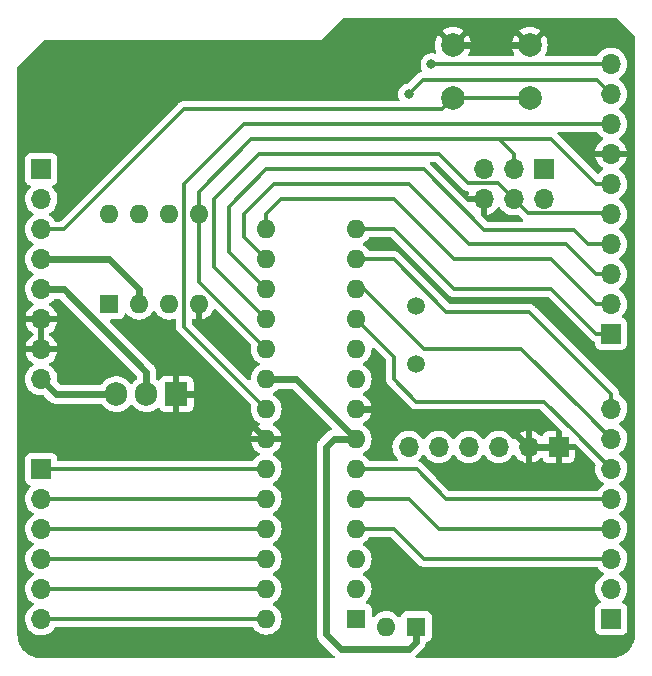
<source format=gbl>
G04 #@! TF.GenerationSoftware,KiCad,Pcbnew,6.0.11-3.fc36*
G04 #@! TF.CreationDate,2023-05-11T19:02:21+09:00*
G04 #@! TF.ProjectId,Tetiduino,54657469-6475-4696-9e6f-2e6b69636164,rev?*
G04 #@! TF.SameCoordinates,Original*
G04 #@! TF.FileFunction,Copper,L2,Bot*
G04 #@! TF.FilePolarity,Positive*
%FSLAX46Y46*%
G04 Gerber Fmt 4.6, Leading zero omitted, Abs format (unit mm)*
G04 Created by KiCad (PCBNEW 6.0.11-3.fc36) date 2023-05-11 19:02:21*
%MOMM*%
%LPD*%
G01*
G04 APERTURE LIST*
G04 #@! TA.AperFunction,ComponentPad*
%ADD10R,1.700000X1.700000*%
G04 #@! TD*
G04 #@! TA.AperFunction,ComponentPad*
%ADD11O,1.700000X1.700000*%
G04 #@! TD*
G04 #@! TA.AperFunction,ComponentPad*
%ADD12R,1.600000X1.600000*%
G04 #@! TD*
G04 #@! TA.AperFunction,ComponentPad*
%ADD13O,1.600000X1.600000*%
G04 #@! TD*
G04 #@! TA.AperFunction,ComponentPad*
%ADD14C,2.000000*%
G04 #@! TD*
G04 #@! TA.AperFunction,ComponentPad*
%ADD15R,1.905000X2.000000*%
G04 #@! TD*
G04 #@! TA.AperFunction,ComponentPad*
%ADD16O,1.905000X2.000000*%
G04 #@! TD*
G04 #@! TA.AperFunction,ComponentPad*
%ADD17C,1.500000*%
G04 #@! TD*
G04 #@! TA.AperFunction,ViaPad*
%ADD18C,0.800000*%
G04 #@! TD*
G04 #@! TA.AperFunction,Conductor*
%ADD19C,0.300000*%
G04 #@! TD*
G04 #@! TA.AperFunction,Conductor*
%ADD20C,0.600000*%
G04 #@! TD*
G04 APERTURE END LIST*
D10*
X124460000Y-98440000D03*
D11*
X124460000Y-100980000D03*
X124460000Y-103520000D03*
X124460000Y-106060000D03*
X124460000Y-108600000D03*
X124460000Y-111140000D03*
X124460000Y-113680000D03*
X124460000Y-116220000D03*
D12*
X156210000Y-137160000D03*
D13*
X153670000Y-137160000D03*
D10*
X168250000Y-121945000D03*
D11*
X165710000Y-121945000D03*
X163170000Y-121945000D03*
X160630000Y-121945000D03*
X158090000Y-121945000D03*
X155550000Y-121945000D03*
D14*
X165810000Y-92420000D03*
X159310000Y-92420000D03*
X159310000Y-87920000D03*
X165810000Y-87920000D03*
D12*
X130185000Y-109845000D03*
D13*
X132725000Y-109845000D03*
X135265000Y-109845000D03*
X137805000Y-109845000D03*
X137805000Y-102225000D03*
X135265000Y-102225000D03*
X132725000Y-102225000D03*
X130185000Y-102225000D03*
D12*
X151120000Y-136515000D03*
D13*
X151120000Y-133975000D03*
X151120000Y-131435000D03*
X151120000Y-128895000D03*
X151120000Y-126355000D03*
X151120000Y-123815000D03*
X151120000Y-121275000D03*
X151120000Y-118735000D03*
X151120000Y-116195000D03*
X151120000Y-113655000D03*
X151120000Y-111115000D03*
X151120000Y-108575000D03*
X151120000Y-106035000D03*
X151120000Y-103495000D03*
X143500000Y-103495000D03*
X143500000Y-106035000D03*
X143500000Y-108575000D03*
X143500000Y-111115000D03*
X143500000Y-113655000D03*
X143500000Y-116195000D03*
X143500000Y-118735000D03*
X143500000Y-121275000D03*
X143500000Y-123815000D03*
X143500000Y-126355000D03*
X143500000Y-128895000D03*
X143500000Y-131435000D03*
X143500000Y-133975000D03*
X143500000Y-136515000D03*
D10*
X172720000Y-136510000D03*
D11*
X172720000Y-133970000D03*
X172720000Y-131430000D03*
X172720000Y-128890000D03*
X172720000Y-126350000D03*
X172720000Y-123810000D03*
X172720000Y-121270000D03*
X172720000Y-118730000D03*
D10*
X167005000Y-98425000D03*
D11*
X167005000Y-100965000D03*
X164465000Y-98425000D03*
X164465000Y-100965000D03*
X161925000Y-98425000D03*
X161925000Y-100965000D03*
D15*
X135890000Y-117475000D03*
D16*
X133350000Y-117475000D03*
X130810000Y-117475000D03*
D10*
X124460000Y-123825000D03*
D11*
X124460000Y-126365000D03*
X124460000Y-128905000D03*
X124460000Y-131445000D03*
X124460000Y-133985000D03*
X124460000Y-136525000D03*
D17*
X156210000Y-114935000D03*
X156210000Y-110055000D03*
D10*
X172695000Y-112365000D03*
D11*
X172695000Y-109825000D03*
X172695000Y-107285000D03*
X172695000Y-104745000D03*
X172695000Y-102205000D03*
X172695000Y-99665000D03*
X172695000Y-97125000D03*
X172695000Y-94585000D03*
X172695000Y-92045000D03*
X172695000Y-89505000D03*
D18*
X155575000Y-92075000D03*
X157480000Y-89535000D03*
D19*
X141605000Y-94615000D02*
X171450000Y-94615000D01*
X136525000Y-111760000D02*
X136525000Y-99695000D01*
X136525000Y-99695000D02*
X141605000Y-94615000D01*
X171480000Y-94585000D02*
X172695000Y-94585000D01*
X171450000Y-94615000D02*
X171480000Y-94585000D01*
X143500000Y-118735000D02*
X136525000Y-111760000D01*
D20*
X163145000Y-119380000D02*
X153670000Y-119380000D01*
X165710000Y-121945000D02*
X163145000Y-119380000D01*
X165810000Y-87920000D02*
X159310000Y-87920000D01*
X153670000Y-119380000D02*
X153025000Y-118735000D01*
X135890000Y-117475000D02*
X139700000Y-117475000D01*
X153025000Y-118735000D02*
X151120000Y-118735000D01*
X165710000Y-121945000D02*
X168250000Y-121945000D01*
X139700000Y-117475000D02*
X143500000Y-121275000D01*
X126380000Y-108600000D02*
X133350000Y-115570000D01*
X155575000Y-139065000D02*
X156210000Y-138430000D01*
X133350000Y-115570000D02*
X133350000Y-117475000D01*
X124460000Y-108600000D02*
X126380000Y-108600000D01*
X143500000Y-116195000D02*
X146040000Y-116195000D01*
X148590000Y-121920000D02*
X148590000Y-137795000D01*
X149860000Y-139065000D02*
X155575000Y-139065000D01*
X156210000Y-138430000D02*
X156210000Y-137160000D01*
X146040000Y-116195000D02*
X151120000Y-121275000D01*
X148590000Y-137795000D02*
X149860000Y-139065000D01*
X151120000Y-121275000D02*
X149235000Y-121275000D01*
X149235000Y-121275000D02*
X148590000Y-121920000D01*
D19*
X154295000Y-128895000D02*
X156830000Y-131430000D01*
X156830000Y-131430000D02*
X172720000Y-131430000D01*
X151120000Y-128895000D02*
X154295000Y-128895000D01*
X151120000Y-126355000D02*
X155565000Y-126355000D01*
X158130000Y-128890000D02*
X172720000Y-128890000D01*
X155565000Y-126355000D02*
X158115000Y-128905000D01*
X151120000Y-123815000D02*
X156230000Y-123815000D01*
X156230000Y-123815000D02*
X158765000Y-126350000D01*
X158765000Y-126350000D02*
X172720000Y-126350000D01*
X154305000Y-116205000D02*
X156210000Y-118110000D01*
X169545000Y-120635000D02*
X172720000Y-123810000D01*
X154305000Y-114300000D02*
X154305000Y-116205000D01*
X169545000Y-120635000D02*
X169530000Y-120635000D01*
X151120000Y-111115000D02*
X154305000Y-114300000D01*
X156210000Y-118110000D02*
X167005000Y-118110000D01*
X169530000Y-120635000D02*
X167005000Y-118110000D01*
X151755000Y-108575000D02*
X151120000Y-108575000D01*
X165100000Y-113665000D02*
X156845000Y-113665000D01*
X156845000Y-113665000D02*
X151755000Y-108575000D01*
X170815000Y-119365000D02*
X170800000Y-119365000D01*
X172720000Y-121270000D02*
X170815000Y-119365000D01*
X170800000Y-119365000D02*
X165100000Y-113665000D01*
X158750000Y-110490000D02*
X165735000Y-110490000D01*
X172720000Y-117475000D02*
X172720000Y-118730000D01*
X165735000Y-110490000D02*
X172720000Y-117475000D01*
X151120000Y-106035000D02*
X154295000Y-106035000D01*
X154295000Y-106035000D02*
X158750000Y-110490000D01*
X143490000Y-123825000D02*
X143500000Y-123815000D01*
X124460000Y-123825000D02*
X143490000Y-123825000D01*
X124460000Y-126365000D02*
X143490000Y-126365000D01*
X143490000Y-126365000D02*
X143500000Y-126355000D01*
X143490000Y-128905000D02*
X143500000Y-128895000D01*
X124460000Y-128905000D02*
X143490000Y-128905000D01*
X143500000Y-131435000D02*
X124470000Y-131435000D01*
X124470000Y-131435000D02*
X124460000Y-131445000D01*
X124460000Y-133985000D02*
X143490000Y-133985000D01*
X155575000Y-92075000D02*
X156800000Y-90850000D01*
X156800000Y-90850000D02*
X171500000Y-90850000D01*
X171500000Y-90850000D02*
X172695000Y-92045000D01*
X143490000Y-133985000D02*
X143500000Y-133975000D01*
X143500000Y-136515000D02*
X124470000Y-136515000D01*
X157510000Y-89505000D02*
X172695000Y-89505000D01*
X124470000Y-136515000D02*
X124460000Y-136525000D01*
X157480000Y-89535000D02*
X157510000Y-89505000D01*
X154295000Y-103495000D02*
X151120000Y-103495000D01*
X159385000Y-108585000D02*
X154295000Y-103495000D01*
X167640000Y-108585000D02*
X159385000Y-108585000D01*
X167640000Y-108585000D02*
X171420000Y-112365000D01*
X171420000Y-112365000D02*
X172695000Y-112365000D01*
X171480000Y-109825000D02*
X172695000Y-109825000D01*
X143500000Y-103495000D02*
X143500000Y-102245000D01*
X167640000Y-106045000D02*
X171450000Y-109855000D01*
X144780000Y-100965000D02*
X154305000Y-100965000D01*
X171450000Y-109855000D02*
X171480000Y-109825000D01*
X159385000Y-106045000D02*
X167640000Y-106045000D01*
X154305000Y-100965000D02*
X159385000Y-106045000D01*
X143500000Y-102245000D02*
X144780000Y-100965000D01*
X159310000Y-92420000D02*
X165810000Y-92420000D01*
X158385000Y-93345000D02*
X159310000Y-92420000D01*
X136525000Y-93345000D02*
X158385000Y-93345000D01*
X124460000Y-103520000D02*
X126350000Y-103520000D01*
X126350000Y-103520000D02*
X136525000Y-93345000D01*
D20*
X132725000Y-108595000D02*
X132725000Y-109845000D01*
X130190000Y-106060000D02*
X132725000Y-108595000D01*
X124460000Y-106060000D02*
X130190000Y-106060000D01*
X124460000Y-116220000D02*
X125715000Y-117475000D01*
X125715000Y-117475000D02*
X130810000Y-117475000D01*
D19*
X141605000Y-104140000D02*
X141605000Y-102235000D01*
X171450000Y-107315000D02*
X171480000Y-107285000D01*
X168910000Y-104775000D02*
X171450000Y-107315000D01*
X143500000Y-106035000D02*
X141605000Y-104140000D01*
X160655000Y-104775000D02*
X168910000Y-104775000D01*
X144145000Y-99695000D02*
X155575000Y-99695000D01*
X171480000Y-107285000D02*
X172695000Y-107285000D01*
X141605000Y-102235000D02*
X144145000Y-99695000D01*
X155575000Y-99695000D02*
X160655000Y-104775000D01*
X140335000Y-101600000D02*
X143510000Y-98425000D01*
X140335000Y-105410000D02*
X140335000Y-101600000D01*
X156845000Y-98425000D02*
X161970000Y-103550000D01*
X169590000Y-103550000D02*
X170785000Y-104745000D01*
X161970000Y-103550000D02*
X169590000Y-103550000D01*
X143500000Y-108575000D02*
X140335000Y-105410000D01*
X170785000Y-104745000D02*
X172695000Y-104745000D01*
X143510000Y-98425000D02*
X156845000Y-98425000D01*
X158115000Y-97155000D02*
X160585000Y-99625000D01*
X143500000Y-111115000D02*
X139065000Y-106680000D01*
X164465000Y-100965000D02*
X165665000Y-102165000D01*
X172655000Y-102165000D02*
X172695000Y-102205000D01*
X160585000Y-99625000D02*
X163125000Y-99625000D01*
X142875000Y-97155000D02*
X158115000Y-97155000D01*
X165665000Y-102165000D02*
X172655000Y-102165000D01*
X139065000Y-106680000D02*
X139065000Y-100965000D01*
X163125000Y-99625000D02*
X164465000Y-100965000D01*
X139065000Y-100965000D02*
X142875000Y-97155000D01*
X137795000Y-100330000D02*
X142230000Y-95895000D01*
X163205000Y-95895000D02*
X164465000Y-97155000D01*
X171480000Y-99665000D02*
X171450000Y-99695000D01*
X172695000Y-99665000D02*
X171480000Y-99665000D01*
X142230000Y-95895000D02*
X163205000Y-95895000D01*
X143500000Y-113655000D02*
X137795000Y-107950000D01*
X167650000Y-95895000D02*
X163205000Y-95895000D01*
X171450000Y-99695000D02*
X167650000Y-95895000D01*
X137795000Y-107950000D02*
X137795000Y-100330000D01*
X164465000Y-97155000D02*
X164465000Y-98425000D01*
G04 #@! TA.AperFunction,Conductor*
G36*
X173160304Y-85618502D02*
G01*
X173181278Y-85635405D01*
X174714595Y-87168723D01*
X174748621Y-87231035D01*
X174751500Y-87257818D01*
X174751500Y-137745633D01*
X174750000Y-137765018D01*
X174747690Y-137779851D01*
X174747690Y-137779855D01*
X174746309Y-137788724D01*
X174747473Y-137797626D01*
X174747473Y-137797629D01*
X174748439Y-137805012D01*
X174749233Y-137829591D01*
X174734660Y-138051922D01*
X174732509Y-138068262D01*
X174683889Y-138312693D01*
X174679625Y-138328606D01*
X174601487Y-138558793D01*
X174599516Y-138564600D01*
X174593209Y-138579826D01*
X174482984Y-138803342D01*
X174474743Y-138817616D01*
X174336287Y-139024829D01*
X174326254Y-139037905D01*
X174161932Y-139225278D01*
X174150278Y-139236932D01*
X173962905Y-139401254D01*
X173949829Y-139411287D01*
X173742616Y-139549743D01*
X173728342Y-139557984D01*
X173504826Y-139668209D01*
X173489602Y-139674515D01*
X173253606Y-139754625D01*
X173237696Y-139758888D01*
X173147195Y-139776890D01*
X172993262Y-139807509D01*
X172976922Y-139809660D01*
X172828134Y-139819413D01*
X172761763Y-139823763D01*
X172738650Y-139822733D01*
X172735146Y-139822690D01*
X172726276Y-139821309D01*
X172717374Y-139822473D01*
X172717372Y-139822473D01*
X172703915Y-139824233D01*
X172694714Y-139825436D01*
X172678379Y-139826500D01*
X156261333Y-139826500D01*
X156193212Y-139806498D01*
X156146719Y-139752842D01*
X156136615Y-139682568D01*
X156166109Y-139617988D01*
X156172549Y-139611094D01*
X156206584Y-139577296D01*
X156206587Y-139577293D01*
X156209082Y-139574815D01*
X156209740Y-139573778D01*
X156210838Y-139572554D01*
X156775112Y-139008279D01*
X156776050Y-139007350D01*
X156835475Y-138949157D01*
X156835476Y-138949156D01*
X156840507Y-138944229D01*
X156844322Y-138938310D01*
X156844328Y-138938302D01*
X156863994Y-138907786D01*
X156871427Y-138897441D01*
X156898476Y-138863557D01*
X156913073Y-138833362D01*
X156920602Y-138819945D01*
X156934948Y-138797684D01*
X156938765Y-138791762D01*
X156941173Y-138785145D01*
X156941176Y-138785140D01*
X156953592Y-138751027D01*
X156958553Y-138739284D01*
X156974353Y-138706600D01*
X156974356Y-138706591D01*
X156977421Y-138700251D01*
X156984966Y-138667572D01*
X156989334Y-138652825D01*
X157000803Y-138621315D01*
X157001685Y-138614330D01*
X157001687Y-138614323D01*
X157006237Y-138578308D01*
X157008469Y-138565770D01*
X157008739Y-138564600D01*
X157010081Y-138558790D01*
X157044886Y-138496914D01*
X157104938Y-138465098D01*
X157104778Y-138464425D01*
X157107373Y-138463808D01*
X157107622Y-138463676D01*
X157108512Y-138463537D01*
X157112459Y-138462599D01*
X157120316Y-138461745D01*
X157256705Y-138410615D01*
X157373261Y-138323261D01*
X157460615Y-138206705D01*
X157511745Y-138070316D01*
X157518500Y-138008134D01*
X157518500Y-136311866D01*
X157511745Y-136249684D01*
X157460615Y-136113295D01*
X157373261Y-135996739D01*
X157256705Y-135909385D01*
X157120316Y-135858255D01*
X157058134Y-135851500D01*
X155361866Y-135851500D01*
X155299684Y-135858255D01*
X155163295Y-135909385D01*
X155046739Y-135996739D01*
X154959385Y-136113295D01*
X154908255Y-136249684D01*
X154907083Y-136260474D01*
X154906197Y-136262606D01*
X154905575Y-136265222D01*
X154905152Y-136265121D01*
X154879845Y-136326035D01*
X154821483Y-136366463D01*
X154750529Y-136368922D01*
X154689510Y-136332629D01*
X154682511Y-136323969D01*
X154679354Y-136320207D01*
X154676198Y-136315700D01*
X154514300Y-136153802D01*
X154509792Y-136150645D01*
X154509789Y-136150643D01*
X154431611Y-136095902D01*
X154326749Y-136022477D01*
X154321767Y-136020154D01*
X154321762Y-136020151D01*
X154124225Y-135928039D01*
X154124224Y-135928039D01*
X154119243Y-135925716D01*
X154113935Y-135924294D01*
X154113933Y-135924293D01*
X153903402Y-135867881D01*
X153903400Y-135867881D01*
X153898087Y-135866457D01*
X153670000Y-135846502D01*
X153441913Y-135866457D01*
X153436600Y-135867881D01*
X153436598Y-135867881D01*
X153226067Y-135924293D01*
X153226065Y-135924294D01*
X153220757Y-135925716D01*
X153215776Y-135928039D01*
X153215775Y-135928039D01*
X153018238Y-136020151D01*
X153018233Y-136020154D01*
X153013251Y-136022477D01*
X152908389Y-136095902D01*
X152830211Y-136150643D01*
X152830208Y-136150645D01*
X152825700Y-136153802D01*
X152663802Y-136315700D01*
X152660645Y-136320208D01*
X152660643Y-136320211D01*
X152657713Y-136324396D01*
X152602256Y-136368724D01*
X152531637Y-136376033D01*
X152468276Y-136344002D01*
X152432291Y-136282801D01*
X152428500Y-136252125D01*
X152428500Y-135666866D01*
X152421745Y-135604684D01*
X152370615Y-135468295D01*
X152283261Y-135351739D01*
X152166705Y-135264385D01*
X152030316Y-135213255D01*
X152019526Y-135212083D01*
X152017394Y-135211197D01*
X152014778Y-135210575D01*
X152014879Y-135210152D01*
X151953965Y-135184845D01*
X151913537Y-135126483D01*
X151911078Y-135055529D01*
X151947371Y-134994510D01*
X151956031Y-134987511D01*
X151959793Y-134984354D01*
X151964300Y-134981198D01*
X152126198Y-134819300D01*
X152143921Y-134793990D01*
X152235289Y-134663502D01*
X152257523Y-134631749D01*
X152259846Y-134626767D01*
X152259849Y-134626762D01*
X152351961Y-134429225D01*
X152351961Y-134429224D01*
X152354284Y-134424243D01*
X152362753Y-134392639D01*
X152412119Y-134208402D01*
X152412119Y-134208400D01*
X152413543Y-134203087D01*
X152433498Y-133975000D01*
X152413543Y-133746913D01*
X152412119Y-133741598D01*
X152355707Y-133531067D01*
X152355706Y-133531065D01*
X152354284Y-133525757D01*
X152261062Y-133325840D01*
X152259849Y-133323238D01*
X152259846Y-133323233D01*
X152257523Y-133318251D01*
X152139332Y-133149457D01*
X152129357Y-133135211D01*
X152129355Y-133135208D01*
X152126198Y-133130700D01*
X151964300Y-132968802D01*
X151959792Y-132965645D01*
X151959789Y-132965643D01*
X151798632Y-132852800D01*
X151776749Y-132837477D01*
X151771767Y-132835154D01*
X151771762Y-132835151D01*
X151737543Y-132819195D01*
X151684258Y-132772278D01*
X151664797Y-132704001D01*
X151685339Y-132636041D01*
X151737543Y-132590805D01*
X151771762Y-132574849D01*
X151771767Y-132574846D01*
X151776749Y-132572523D01*
X151900069Y-132486173D01*
X151959789Y-132444357D01*
X151959792Y-132444355D01*
X151964300Y-132441198D01*
X152126198Y-132279300D01*
X152143921Y-132253990D01*
X152254366Y-132096257D01*
X152257523Y-132091749D01*
X152259846Y-132086767D01*
X152259849Y-132086762D01*
X152351961Y-131889225D01*
X152351961Y-131889224D01*
X152354284Y-131884243D01*
X152362753Y-131852639D01*
X152412119Y-131668402D01*
X152412119Y-131668400D01*
X152413543Y-131663087D01*
X152433498Y-131435000D01*
X152413543Y-131206913D01*
X152412119Y-131201598D01*
X152355707Y-130991067D01*
X152355706Y-130991065D01*
X152354284Y-130985757D01*
X152261062Y-130785840D01*
X152259849Y-130783238D01*
X152259846Y-130783233D01*
X152257523Y-130778251D01*
X152139332Y-130609457D01*
X152129357Y-130595211D01*
X152129355Y-130595208D01*
X152126198Y-130590700D01*
X151964300Y-130428802D01*
X151959792Y-130425645D01*
X151959789Y-130425643D01*
X151798632Y-130312800D01*
X151776749Y-130297477D01*
X151771767Y-130295154D01*
X151771762Y-130295151D01*
X151737543Y-130279195D01*
X151684258Y-130232278D01*
X151664797Y-130164001D01*
X151685339Y-130096041D01*
X151737543Y-130050805D01*
X151771762Y-130034849D01*
X151771767Y-130034846D01*
X151776749Y-130032523D01*
X151900069Y-129946173D01*
X151959789Y-129904357D01*
X151959792Y-129904355D01*
X151964300Y-129901198D01*
X152126198Y-129739300D01*
X152143921Y-129713990D01*
X152218675Y-129607229D01*
X152274132Y-129562901D01*
X152321888Y-129553500D01*
X153970050Y-129553500D01*
X154038171Y-129573502D01*
X154059145Y-129590405D01*
X156306341Y-131837600D01*
X156314331Y-131846381D01*
X156314339Y-131846390D01*
X156318584Y-131853080D01*
X156324359Y-131858503D01*
X156370274Y-131901620D01*
X156373116Y-131904375D01*
X156393667Y-131924926D01*
X156396801Y-131927357D01*
X156397163Y-131927638D01*
X156406191Y-131935348D01*
X156439867Y-131966972D01*
X156446818Y-131970793D01*
X156446819Y-131970794D01*
X156458655Y-131977301D01*
X156475184Y-131988158D01*
X156485869Y-131996447D01*
X156485871Y-131996448D01*
X156492131Y-132001304D01*
X156534544Y-132019657D01*
X156545181Y-132024868D01*
X156585663Y-132047124D01*
X156593342Y-132049096D01*
X156593343Y-132049096D01*
X156606434Y-132052457D01*
X156625136Y-132058859D01*
X156644823Y-132067379D01*
X156652652Y-132068619D01*
X156690448Y-132074605D01*
X156702074Y-132077013D01*
X156739135Y-132086529D01*
X156739136Y-132086529D01*
X156746812Y-132088500D01*
X156768258Y-132088500D01*
X156787968Y-132090051D01*
X156809151Y-132093406D01*
X156855135Y-132089059D01*
X156866994Y-132088500D01*
X171459594Y-132088500D01*
X171527715Y-132108502D01*
X171567027Y-132148665D01*
X171619987Y-132235088D01*
X171766250Y-132403938D01*
X171938126Y-132546632D01*
X171986414Y-132574849D01*
X172011445Y-132589476D01*
X172060169Y-132641114D01*
X172073240Y-132710897D01*
X172046509Y-132776669D01*
X172006055Y-132810027D01*
X171993607Y-132816507D01*
X171989474Y-132819610D01*
X171989471Y-132819612D01*
X171945269Y-132852800D01*
X171814965Y-132950635D01*
X171660629Y-133112138D01*
X171534743Y-133296680D01*
X171440688Y-133499305D01*
X171380989Y-133714570D01*
X171357251Y-133936695D01*
X171357548Y-133941848D01*
X171357548Y-133941851D01*
X171363011Y-134036590D01*
X171370110Y-134159715D01*
X171371247Y-134164761D01*
X171371248Y-134164767D01*
X171373490Y-134174715D01*
X171419222Y-134377639D01*
X171503266Y-134584616D01*
X171619987Y-134775088D01*
X171766250Y-134943938D01*
X171770230Y-134947242D01*
X171774981Y-134951187D01*
X171814616Y-135010090D01*
X171816113Y-135081071D01*
X171778997Y-135141593D01*
X171738724Y-135166112D01*
X171623295Y-135209385D01*
X171506739Y-135296739D01*
X171419385Y-135413295D01*
X171368255Y-135549684D01*
X171361500Y-135611866D01*
X171361500Y-137408134D01*
X171368255Y-137470316D01*
X171419385Y-137606705D01*
X171506739Y-137723261D01*
X171623295Y-137810615D01*
X171759684Y-137861745D01*
X171821866Y-137868500D01*
X173618134Y-137868500D01*
X173680316Y-137861745D01*
X173816705Y-137810615D01*
X173933261Y-137723261D01*
X174020615Y-137606705D01*
X174071745Y-137470316D01*
X174078500Y-137408134D01*
X174078500Y-135611866D01*
X174071745Y-135549684D01*
X174020615Y-135413295D01*
X173933261Y-135296739D01*
X173816705Y-135209385D01*
X173751245Y-135184845D01*
X173698203Y-135164960D01*
X173641439Y-135122318D01*
X173616739Y-135055756D01*
X173631947Y-134986408D01*
X173653493Y-134957727D01*
X173758096Y-134853489D01*
X173817594Y-134770689D01*
X173885435Y-134676277D01*
X173888453Y-134672077D01*
X173898215Y-134652326D01*
X173985136Y-134476453D01*
X173985137Y-134476451D01*
X173987430Y-134471811D01*
X174052370Y-134258069D01*
X174081529Y-134036590D01*
X174083156Y-133970000D01*
X174064852Y-133747361D01*
X174010431Y-133530702D01*
X173921354Y-133325840D01*
X173800014Y-133138277D01*
X173649670Y-132973051D01*
X173645619Y-132969852D01*
X173645615Y-132969848D01*
X173478414Y-132837800D01*
X173478410Y-132837798D01*
X173474359Y-132834598D01*
X173433053Y-132811796D01*
X173383084Y-132761364D01*
X173368312Y-132691921D01*
X173393428Y-132625516D01*
X173420780Y-132598909D01*
X173477674Y-132558327D01*
X173599860Y-132471173D01*
X173758096Y-132313489D01*
X173888453Y-132132077D01*
X173897634Y-132113502D01*
X173985136Y-131936453D01*
X173985137Y-131936451D01*
X173987430Y-131931811D01*
X174052370Y-131718069D01*
X174081529Y-131496590D01*
X174083156Y-131430000D01*
X174064852Y-131207361D01*
X174010431Y-130990702D01*
X173921354Y-130785840D01*
X173800014Y-130598277D01*
X173649670Y-130433051D01*
X173645619Y-130429852D01*
X173645615Y-130429848D01*
X173478414Y-130297800D01*
X173478410Y-130297798D01*
X173474359Y-130294598D01*
X173433053Y-130271796D01*
X173383084Y-130221364D01*
X173368312Y-130151921D01*
X173393428Y-130085516D01*
X173420780Y-130058909D01*
X173477674Y-130018327D01*
X173599860Y-129931173D01*
X173758096Y-129773489D01*
X173888453Y-129592077D01*
X173897634Y-129573502D01*
X173985136Y-129396453D01*
X173985137Y-129396451D01*
X173987430Y-129391811D01*
X174052370Y-129178069D01*
X174081529Y-128956590D01*
X174083156Y-128890000D01*
X174064852Y-128667361D01*
X174010431Y-128450702D01*
X173921354Y-128245840D01*
X173800014Y-128058277D01*
X173649670Y-127893051D01*
X173645619Y-127889852D01*
X173645615Y-127889848D01*
X173478414Y-127757800D01*
X173478410Y-127757798D01*
X173474359Y-127754598D01*
X173433053Y-127731796D01*
X173383084Y-127681364D01*
X173368312Y-127611921D01*
X173393428Y-127545516D01*
X173420780Y-127518909D01*
X173477674Y-127478327D01*
X173599860Y-127391173D01*
X173758096Y-127233489D01*
X173888453Y-127052077D01*
X173897634Y-127033502D01*
X173985136Y-126856453D01*
X173985137Y-126856451D01*
X173987430Y-126851811D01*
X174052370Y-126638069D01*
X174081529Y-126416590D01*
X174083156Y-126350000D01*
X174064852Y-126127361D01*
X174010431Y-125910702D01*
X173921354Y-125705840D01*
X173800014Y-125518277D01*
X173649670Y-125353051D01*
X173645619Y-125349852D01*
X173645615Y-125349848D01*
X173478414Y-125217800D01*
X173478410Y-125217798D01*
X173474359Y-125214598D01*
X173433053Y-125191796D01*
X173383084Y-125141364D01*
X173368312Y-125071921D01*
X173393428Y-125005516D01*
X173420780Y-124978909D01*
X173464603Y-124947650D01*
X173599860Y-124851173D01*
X173758096Y-124693489D01*
X173817594Y-124610689D01*
X173885435Y-124516277D01*
X173888453Y-124512077D01*
X173896950Y-124494886D01*
X173985136Y-124316453D01*
X173985137Y-124316451D01*
X173987430Y-124311811D01*
X174052370Y-124098069D01*
X174081529Y-123876590D01*
X174083156Y-123810000D01*
X174064852Y-123587361D01*
X174010431Y-123370702D01*
X173921354Y-123165840D01*
X173824843Y-123016657D01*
X173802822Y-122982617D01*
X173802820Y-122982614D01*
X173800014Y-122978277D01*
X173649670Y-122813051D01*
X173645619Y-122809852D01*
X173645615Y-122809848D01*
X173478414Y-122677800D01*
X173478410Y-122677798D01*
X173474359Y-122674598D01*
X173433053Y-122651796D01*
X173383084Y-122601364D01*
X173368312Y-122531921D01*
X173393428Y-122465516D01*
X173420780Y-122438909D01*
X173464603Y-122407650D01*
X173599860Y-122311173D01*
X173603966Y-122307082D01*
X173754435Y-122157137D01*
X173758096Y-122153489D01*
X173771587Y-122134715D01*
X173885435Y-121976277D01*
X173888453Y-121972077D01*
X173906157Y-121936257D01*
X173985136Y-121776453D01*
X173985137Y-121776451D01*
X173987430Y-121771811D01*
X174052370Y-121558069D01*
X174081529Y-121336590D01*
X174082358Y-121302651D01*
X174083074Y-121273365D01*
X174083074Y-121273361D01*
X174083156Y-121270000D01*
X174064852Y-121047361D01*
X174010431Y-120830702D01*
X173921354Y-120625840D01*
X173869050Y-120544990D01*
X173802822Y-120442617D01*
X173802820Y-120442614D01*
X173800014Y-120438277D01*
X173649670Y-120273051D01*
X173645619Y-120269852D01*
X173645615Y-120269848D01*
X173478414Y-120137800D01*
X173478410Y-120137798D01*
X173474359Y-120134598D01*
X173433053Y-120111796D01*
X173383084Y-120061364D01*
X173368312Y-119991921D01*
X173393428Y-119925516D01*
X173420780Y-119898909D01*
X173479366Y-119857120D01*
X173599860Y-119771173D01*
X173758096Y-119613489D01*
X173888453Y-119432077D01*
X173906157Y-119396257D01*
X173985136Y-119236453D01*
X173985137Y-119236451D01*
X173987430Y-119231811D01*
X174052370Y-119018069D01*
X174081529Y-118796590D01*
X174082020Y-118776510D01*
X174083074Y-118733365D01*
X174083074Y-118733361D01*
X174083156Y-118730000D01*
X174064852Y-118507361D01*
X174010431Y-118290702D01*
X173921354Y-118085840D01*
X173800014Y-117898277D01*
X173649670Y-117733051D01*
X173645619Y-117729852D01*
X173645615Y-117729848D01*
X173478414Y-117597800D01*
X173478410Y-117597798D01*
X173474359Y-117594598D01*
X173469835Y-117592101D01*
X173469831Y-117592098D01*
X173443755Y-117577703D01*
X173393784Y-117527270D01*
X173378711Y-117471352D01*
X173378562Y-117466610D01*
X173378500Y-117462653D01*
X173378500Y-117433568D01*
X173377946Y-117429179D01*
X173377013Y-117417337D01*
X173376353Y-117396317D01*
X173375562Y-117371169D01*
X173369580Y-117350579D01*
X173365570Y-117331216D01*
X173363875Y-117317796D01*
X173363875Y-117317795D01*
X173362882Y-117309936D01*
X173359966Y-117302571D01*
X173359965Y-117302567D01*
X173345874Y-117266979D01*
X173342035Y-117255769D01*
X173329145Y-117211400D01*
X173318225Y-117192935D01*
X173309534Y-117175195D01*
X173301635Y-117155244D01*
X173274482Y-117117871D01*
X173267967Y-117107952D01*
X173248493Y-117075023D01*
X173248490Y-117075019D01*
X173244453Y-117068193D01*
X173229289Y-117053029D01*
X173216448Y-117037995D01*
X173214119Y-117034789D01*
X173203841Y-117020643D01*
X173168247Y-116991197D01*
X173159468Y-116983208D01*
X166258655Y-110082395D01*
X166250665Y-110073615D01*
X166250663Y-110073613D01*
X166246416Y-110066920D01*
X166233723Y-110055000D01*
X166194743Y-110018396D01*
X166191901Y-110015641D01*
X166171333Y-109995073D01*
X166167826Y-109992353D01*
X166158804Y-109984647D01*
X166125133Y-109953028D01*
X166118181Y-109949206D01*
X166106342Y-109942697D01*
X166089818Y-109931843D01*
X166079132Y-109923555D01*
X166072868Y-109918696D01*
X166065596Y-109915549D01*
X166065594Y-109915548D01*
X166030465Y-109900346D01*
X166019805Y-109895124D01*
X165986284Y-109876695D01*
X165986282Y-109876694D01*
X165979337Y-109872876D01*
X165958559Y-109867541D01*
X165939869Y-109861142D01*
X165920176Y-109852620D01*
X165874552Y-109845394D01*
X165862929Y-109842987D01*
X165834270Y-109835629D01*
X165818188Y-109831500D01*
X165796741Y-109831500D01*
X165777031Y-109829949D01*
X165763677Y-109827834D01*
X165755848Y-109826594D01*
X165709859Y-109830941D01*
X165698004Y-109831500D01*
X159074949Y-109831500D01*
X159006828Y-109811498D01*
X158985854Y-109794595D01*
X156905405Y-107714145D01*
X154818655Y-105627395D01*
X154810665Y-105618615D01*
X154810663Y-105618613D01*
X154806416Y-105611920D01*
X154754742Y-105563395D01*
X154751901Y-105560641D01*
X154731333Y-105540073D01*
X154727826Y-105537353D01*
X154718804Y-105529647D01*
X154690913Y-105503456D01*
X154685133Y-105498028D01*
X154678181Y-105494206D01*
X154666342Y-105487697D01*
X154649818Y-105476843D01*
X154639132Y-105468555D01*
X154632868Y-105463696D01*
X154625596Y-105460549D01*
X154625594Y-105460548D01*
X154590465Y-105445346D01*
X154579805Y-105440124D01*
X154546284Y-105421695D01*
X154546282Y-105421694D01*
X154539337Y-105417876D01*
X154518559Y-105412541D01*
X154499869Y-105406142D01*
X154480176Y-105397620D01*
X154436404Y-105390687D01*
X154434552Y-105390394D01*
X154422929Y-105387987D01*
X154394928Y-105380798D01*
X154378188Y-105376500D01*
X154356741Y-105376500D01*
X154337031Y-105374949D01*
X154315848Y-105371594D01*
X154269859Y-105375941D01*
X154258004Y-105376500D01*
X152321888Y-105376500D01*
X152253767Y-105356498D01*
X152218675Y-105322771D01*
X152211114Y-105311972D01*
X152166282Y-105247945D01*
X152129357Y-105195211D01*
X152129355Y-105195208D01*
X152126198Y-105190700D01*
X151964300Y-105028802D01*
X151959792Y-105025645D01*
X151959789Y-105025643D01*
X151881611Y-104970902D01*
X151776749Y-104897477D01*
X151771767Y-104895154D01*
X151771762Y-104895151D01*
X151737543Y-104879195D01*
X151684258Y-104832278D01*
X151664797Y-104764001D01*
X151685339Y-104696041D01*
X151737543Y-104650805D01*
X151771762Y-104634849D01*
X151771767Y-104634846D01*
X151776749Y-104632523D01*
X151926706Y-104527522D01*
X151959789Y-104504357D01*
X151959792Y-104504355D01*
X151964300Y-104501198D01*
X152126198Y-104339300D01*
X152136150Y-104325088D01*
X152172123Y-104273713D01*
X152218676Y-104207228D01*
X152274132Y-104162901D01*
X152321888Y-104153500D01*
X153970050Y-104153500D01*
X154038171Y-104173502D01*
X154059145Y-104190405D01*
X158861345Y-108992605D01*
X158869335Y-109001385D01*
X158873584Y-109008080D01*
X158879362Y-109013506D01*
X158879363Y-109013507D01*
X158925257Y-109056604D01*
X158928099Y-109059359D01*
X158948667Y-109079927D01*
X158952170Y-109082644D01*
X158961195Y-109090352D01*
X158994867Y-109121972D01*
X159001818Y-109125793D01*
X159001819Y-109125794D01*
X159013658Y-109132303D01*
X159030182Y-109143157D01*
X159040271Y-109150982D01*
X159047132Y-109156304D01*
X159054404Y-109159451D01*
X159054406Y-109159452D01*
X159089535Y-109174654D01*
X159100195Y-109179876D01*
X159124500Y-109193238D01*
X159140663Y-109202124D01*
X159161441Y-109207459D01*
X159180131Y-109213858D01*
X159199824Y-109222380D01*
X159231880Y-109227457D01*
X159245448Y-109229606D01*
X159257071Y-109232013D01*
X159284539Y-109239065D01*
X159301812Y-109243500D01*
X159323259Y-109243500D01*
X159342969Y-109245051D01*
X159364152Y-109248406D01*
X159410141Y-109244059D01*
X159421996Y-109243500D01*
X167315050Y-109243500D01*
X167383171Y-109263502D01*
X167404145Y-109280405D01*
X170896341Y-112772600D01*
X170904331Y-112781381D01*
X170904339Y-112781390D01*
X170908584Y-112788080D01*
X170914359Y-112793503D01*
X170960274Y-112836620D01*
X170963116Y-112839375D01*
X170983667Y-112859926D01*
X170986801Y-112862357D01*
X170987163Y-112862638D01*
X170996191Y-112870348D01*
X171029867Y-112901972D01*
X171036818Y-112905793D01*
X171036819Y-112905794D01*
X171048655Y-112912301D01*
X171065183Y-112923157D01*
X171082131Y-112936304D01*
X171124545Y-112954659D01*
X171135183Y-112959871D01*
X171175663Y-112982124D01*
X171183340Y-112984095D01*
X171183345Y-112984097D01*
X171196426Y-112987455D01*
X171215134Y-112993860D01*
X171220750Y-112996290D01*
X171227550Y-112999233D01*
X171227553Y-112999234D01*
X171234823Y-113002380D01*
X171242650Y-113003620D01*
X171245653Y-113004492D01*
X171305488Y-113042705D01*
X171335166Y-113107201D01*
X171336500Y-113125489D01*
X171336500Y-113263134D01*
X171343255Y-113325316D01*
X171394385Y-113461705D01*
X171481739Y-113578261D01*
X171598295Y-113665615D01*
X171734684Y-113716745D01*
X171796866Y-113723500D01*
X173593134Y-113723500D01*
X173655316Y-113716745D01*
X173791705Y-113665615D01*
X173908261Y-113578261D01*
X173995615Y-113461705D01*
X174046745Y-113325316D01*
X174053500Y-113263134D01*
X174053500Y-111466866D01*
X174046745Y-111404684D01*
X173995615Y-111268295D01*
X173908261Y-111151739D01*
X173791705Y-111064385D01*
X173779132Y-111059672D01*
X173673203Y-111019960D01*
X173616439Y-110977318D01*
X173591739Y-110910756D01*
X173606947Y-110841408D01*
X173628493Y-110812727D01*
X173686105Y-110755316D01*
X173733096Y-110708489D01*
X173744085Y-110693197D01*
X173860435Y-110531277D01*
X173863453Y-110527077D01*
X173867739Y-110518406D01*
X173960136Y-110331453D01*
X173960137Y-110331451D01*
X173962430Y-110326811D01*
X174016988Y-110147240D01*
X174025865Y-110118023D01*
X174025865Y-110118021D01*
X174027370Y-110113069D01*
X174056529Y-109891590D01*
X174056986Y-109872876D01*
X174058074Y-109828365D01*
X174058074Y-109828361D01*
X174058156Y-109825000D01*
X174039852Y-109602361D01*
X173985431Y-109385702D01*
X173896354Y-109180840D01*
X173832642Y-109082356D01*
X173777822Y-108997617D01*
X173777820Y-108997614D01*
X173775014Y-108993277D01*
X173624670Y-108828051D01*
X173620619Y-108824852D01*
X173620615Y-108824848D01*
X173453414Y-108692800D01*
X173453410Y-108692798D01*
X173449359Y-108689598D01*
X173408053Y-108666796D01*
X173358084Y-108616364D01*
X173343312Y-108546921D01*
X173368428Y-108480516D01*
X173395780Y-108453909D01*
X173465249Y-108404357D01*
X173574860Y-108326173D01*
X173631475Y-108269756D01*
X173660740Y-108240593D01*
X173733096Y-108168489D01*
X173761253Y-108129305D01*
X173860435Y-107991277D01*
X173863453Y-107987077D01*
X173867739Y-107978406D01*
X173960136Y-107791453D01*
X173960137Y-107791451D01*
X173962430Y-107786811D01*
X174027370Y-107573069D01*
X174056529Y-107351590D01*
X174057077Y-107329174D01*
X174058074Y-107288365D01*
X174058074Y-107288361D01*
X174058156Y-107285000D01*
X174039852Y-107062361D01*
X173985431Y-106845702D01*
X173896354Y-106640840D01*
X173832642Y-106542356D01*
X173777822Y-106457617D01*
X173777820Y-106457614D01*
X173775014Y-106453277D01*
X173624670Y-106288051D01*
X173620619Y-106284852D01*
X173620615Y-106284848D01*
X173453414Y-106152800D01*
X173453410Y-106152798D01*
X173449359Y-106149598D01*
X173408053Y-106126796D01*
X173358084Y-106076364D01*
X173343312Y-106006921D01*
X173368428Y-105940516D01*
X173395780Y-105913909D01*
X173465249Y-105864357D01*
X173574860Y-105786173D01*
X173631475Y-105729756D01*
X173711875Y-105649636D01*
X173733096Y-105628489D01*
X173761253Y-105589305D01*
X173860435Y-105451277D01*
X173863453Y-105447077D01*
X173866890Y-105440124D01*
X173960136Y-105251453D01*
X173960137Y-105251451D01*
X173962430Y-105246811D01*
X174027370Y-105033069D01*
X174056529Y-104811590D01*
X174057077Y-104789174D01*
X174058074Y-104748365D01*
X174058074Y-104748361D01*
X174058156Y-104745000D01*
X174039852Y-104522361D01*
X173985431Y-104305702D01*
X173896354Y-104100840D01*
X173833603Y-104003841D01*
X173777822Y-103917617D01*
X173777820Y-103917614D01*
X173775014Y-103913277D01*
X173624670Y-103748051D01*
X173620619Y-103744852D01*
X173620615Y-103744848D01*
X173453414Y-103612800D01*
X173453410Y-103612798D01*
X173449359Y-103609598D01*
X173408053Y-103586796D01*
X173358084Y-103536364D01*
X173343312Y-103466921D01*
X173368428Y-103400516D01*
X173395780Y-103373909D01*
X173439603Y-103342650D01*
X173574860Y-103246173D01*
X173586718Y-103234357D01*
X173729435Y-103092137D01*
X173733096Y-103088489D01*
X173744085Y-103073197D01*
X173860435Y-102911277D01*
X173863453Y-102907077D01*
X173866890Y-102900124D01*
X173960136Y-102711453D01*
X173960137Y-102711451D01*
X173962430Y-102706811D01*
X174012823Y-102540950D01*
X174025865Y-102498023D01*
X174025865Y-102498021D01*
X174027370Y-102493069D01*
X174056529Y-102271590D01*
X174056795Y-102260716D01*
X174058074Y-102208365D01*
X174058074Y-102208361D01*
X174058156Y-102205000D01*
X174039852Y-101982361D01*
X173985431Y-101765702D01*
X173896354Y-101560840D01*
X173825621Y-101451504D01*
X173777822Y-101377617D01*
X173777820Y-101377614D01*
X173775014Y-101373277D01*
X173624670Y-101208051D01*
X173620619Y-101204852D01*
X173620615Y-101204848D01*
X173453414Y-101072800D01*
X173453410Y-101072798D01*
X173449359Y-101069598D01*
X173408053Y-101046796D01*
X173358084Y-100996364D01*
X173343312Y-100926921D01*
X173368428Y-100860516D01*
X173395780Y-100833909D01*
X173464827Y-100784658D01*
X173574860Y-100706173D01*
X173581875Y-100699183D01*
X173679047Y-100602349D01*
X173733096Y-100548489D01*
X173738692Y-100540702D01*
X173860435Y-100371277D01*
X173863453Y-100367077D01*
X173867739Y-100358406D01*
X173960136Y-100171453D01*
X173960137Y-100171451D01*
X173962430Y-100166811D01*
X174016281Y-99989568D01*
X174025865Y-99958023D01*
X174025865Y-99958021D01*
X174027370Y-99953069D01*
X174056529Y-99731590D01*
X174057443Y-99694174D01*
X174058074Y-99668365D01*
X174058074Y-99668361D01*
X174058156Y-99665000D01*
X174039852Y-99442361D01*
X173985431Y-99225702D01*
X173896354Y-99020840D01*
X173775014Y-98833277D01*
X173624670Y-98668051D01*
X173620619Y-98664852D01*
X173620615Y-98664848D01*
X173453414Y-98532800D01*
X173453410Y-98532798D01*
X173449359Y-98529598D01*
X173407569Y-98506529D01*
X173357598Y-98456097D01*
X173342826Y-98386654D01*
X173367942Y-98320248D01*
X173395294Y-98293641D01*
X173570328Y-98168792D01*
X173578200Y-98162139D01*
X173729052Y-98011812D01*
X173735730Y-98003965D01*
X173860003Y-97831020D01*
X173865313Y-97822183D01*
X173959670Y-97631267D01*
X173963469Y-97621672D01*
X174025377Y-97417910D01*
X174027555Y-97407837D01*
X174028986Y-97396962D01*
X174026775Y-97382778D01*
X174013617Y-97379000D01*
X171378225Y-97379000D01*
X171364694Y-97382973D01*
X171363257Y-97392966D01*
X171393565Y-97527446D01*
X171396645Y-97537275D01*
X171476770Y-97734603D01*
X171481413Y-97743794D01*
X171592694Y-97925388D01*
X171598777Y-97933699D01*
X171738213Y-98094667D01*
X171745580Y-98101883D01*
X171909434Y-98237916D01*
X171917881Y-98243831D01*
X171986969Y-98284203D01*
X172035693Y-98335842D01*
X172048764Y-98405625D01*
X172022033Y-98471396D01*
X171981584Y-98504752D01*
X171968607Y-98511507D01*
X171964474Y-98514610D01*
X171964471Y-98514612D01*
X171794100Y-98642530D01*
X171789965Y-98645635D01*
X171786393Y-98649373D01*
X171655176Y-98786683D01*
X171593651Y-98822113D01*
X171522739Y-98818656D01*
X171474987Y-98788727D01*
X168174855Y-95488595D01*
X168140829Y-95426283D01*
X168145894Y-95355468D01*
X168188441Y-95298632D01*
X168254961Y-95273821D01*
X168263950Y-95273500D01*
X171367944Y-95273500D01*
X171379800Y-95274059D01*
X171379803Y-95274059D01*
X171387537Y-95275788D01*
X171449198Y-95273850D01*
X171517912Y-95291702D01*
X171560587Y-95333952D01*
X171594987Y-95390088D01*
X171741250Y-95558938D01*
X171913126Y-95701632D01*
X171986955Y-95744774D01*
X172035679Y-95796412D01*
X172048750Y-95866195D01*
X172022019Y-95931967D01*
X171981562Y-95965327D01*
X171973457Y-95969546D01*
X171964738Y-95975036D01*
X171794433Y-96102905D01*
X171786726Y-96109748D01*
X171639590Y-96263717D01*
X171633104Y-96271727D01*
X171513098Y-96447649D01*
X171508000Y-96456623D01*
X171418338Y-96649783D01*
X171414775Y-96659470D01*
X171359389Y-96859183D01*
X171360912Y-96867607D01*
X171373292Y-96871000D01*
X174013344Y-96871000D01*
X174026875Y-96867027D01*
X174028180Y-96857947D01*
X173986214Y-96690875D01*
X173982894Y-96681124D01*
X173897972Y-96485814D01*
X173893105Y-96476739D01*
X173777426Y-96297926D01*
X173771136Y-96289757D01*
X173627806Y-96132240D01*
X173620273Y-96125215D01*
X173453139Y-95993222D01*
X173444556Y-95987520D01*
X173407602Y-95967120D01*
X173357631Y-95916687D01*
X173342859Y-95847245D01*
X173367975Y-95780839D01*
X173395327Y-95754232D01*
X173418797Y-95737491D01*
X173574860Y-95626173D01*
X173733096Y-95468489D01*
X173863453Y-95287077D01*
X173868001Y-95277876D01*
X173960136Y-95091453D01*
X173960137Y-95091451D01*
X173962430Y-95086811D01*
X174027370Y-94873069D01*
X174056529Y-94651590D01*
X174058156Y-94585000D01*
X174039852Y-94362361D01*
X173985431Y-94145702D01*
X173896354Y-93940840D01*
X173775014Y-93753277D01*
X173624670Y-93588051D01*
X173620619Y-93584852D01*
X173620615Y-93584848D01*
X173453414Y-93452800D01*
X173453410Y-93452798D01*
X173449359Y-93449598D01*
X173408053Y-93426796D01*
X173358084Y-93376364D01*
X173343312Y-93306921D01*
X173368428Y-93240516D01*
X173395780Y-93213909D01*
X173439603Y-93182650D01*
X173574860Y-93086173D01*
X173733096Y-92928489D01*
X173752615Y-92901326D01*
X173860435Y-92751277D01*
X173863453Y-92747077D01*
X173884232Y-92705035D01*
X173960136Y-92551453D01*
X173960137Y-92551451D01*
X173962430Y-92546811D01*
X174027370Y-92333069D01*
X174056529Y-92111590D01*
X174057458Y-92073558D01*
X174058074Y-92048365D01*
X174058074Y-92048361D01*
X174058156Y-92045000D01*
X174039852Y-91822361D01*
X173985431Y-91605702D01*
X173896354Y-91400840D01*
X173823201Y-91287763D01*
X173777822Y-91217617D01*
X173777820Y-91217614D01*
X173775014Y-91213277D01*
X173624670Y-91048051D01*
X173620619Y-91044852D01*
X173620615Y-91044848D01*
X173453414Y-90912800D01*
X173453410Y-90912798D01*
X173449359Y-90909598D01*
X173408053Y-90886796D01*
X173358084Y-90836364D01*
X173343312Y-90766921D01*
X173368428Y-90700516D01*
X173395780Y-90673909D01*
X173439603Y-90642650D01*
X173574860Y-90546173D01*
X173733096Y-90388489D01*
X173799904Y-90295516D01*
X173860435Y-90211277D01*
X173863453Y-90207077D01*
X173930240Y-90071944D01*
X173960136Y-90011453D01*
X173960137Y-90011451D01*
X173962430Y-90006811D01*
X174027370Y-89793069D01*
X174056529Y-89571590D01*
X174057423Y-89535000D01*
X174058074Y-89508365D01*
X174058074Y-89508361D01*
X174058156Y-89505000D01*
X174039852Y-89282361D01*
X173985431Y-89065702D01*
X173896354Y-88860840D01*
X173823201Y-88747763D01*
X173777822Y-88677617D01*
X173777820Y-88677614D01*
X173775014Y-88673277D01*
X173624670Y-88508051D01*
X173620619Y-88504852D01*
X173620615Y-88504848D01*
X173453414Y-88372800D01*
X173453410Y-88372798D01*
X173449359Y-88369598D01*
X173253789Y-88261638D01*
X173248920Y-88259914D01*
X173248916Y-88259912D01*
X173048087Y-88188795D01*
X173048083Y-88188794D01*
X173043212Y-88187069D01*
X173038119Y-88186162D01*
X173038116Y-88186161D01*
X172828373Y-88148800D01*
X172828367Y-88148799D01*
X172823284Y-88147894D01*
X172749452Y-88146992D01*
X172605081Y-88145228D01*
X172605079Y-88145228D01*
X172599911Y-88145165D01*
X172379091Y-88178955D01*
X172166756Y-88248357D01*
X171968607Y-88351507D01*
X171964474Y-88354610D01*
X171964471Y-88354612D01*
X171914659Y-88392012D01*
X171789965Y-88485635D01*
X171635629Y-88647138D01*
X171632715Y-88651410D01*
X171632714Y-88651411D01*
X171537149Y-88791504D01*
X171482238Y-88836507D01*
X171433061Y-88846500D01*
X167235853Y-88846500D01*
X167167732Y-88826498D01*
X167121239Y-88772842D01*
X167111135Y-88702568D01*
X167128421Y-88654664D01*
X167155208Y-88610952D01*
X167159687Y-88602163D01*
X167246734Y-88392012D01*
X167249783Y-88382627D01*
X167302885Y-88161446D01*
X167304428Y-88151699D01*
X167322275Y-87924930D01*
X167322275Y-87915070D01*
X167304428Y-87688301D01*
X167302885Y-87678554D01*
X167249783Y-87457373D01*
X167246734Y-87447988D01*
X167159687Y-87237837D01*
X167155205Y-87229042D01*
X167052568Y-87061555D01*
X167042110Y-87052093D01*
X167033334Y-87055876D01*
X165899095Y-88190115D01*
X165836783Y-88224141D01*
X165765968Y-88219076D01*
X165720905Y-88190115D01*
X164589710Y-87058920D01*
X164577330Y-87052160D01*
X164569680Y-87057887D01*
X164464795Y-87229042D01*
X164460313Y-87237837D01*
X164373266Y-87447988D01*
X164370217Y-87457373D01*
X164317115Y-87678554D01*
X164315572Y-87688301D01*
X164297725Y-87915070D01*
X164297725Y-87924930D01*
X164315572Y-88151699D01*
X164317115Y-88161446D01*
X164370217Y-88382627D01*
X164373266Y-88392012D01*
X164460313Y-88602163D01*
X164464792Y-88610952D01*
X164491579Y-88654664D01*
X164510118Y-88723198D01*
X164488662Y-88790875D01*
X164434023Y-88836208D01*
X164384147Y-88846500D01*
X160735853Y-88846500D01*
X160667732Y-88826498D01*
X160621239Y-88772842D01*
X160611135Y-88702568D01*
X160628421Y-88654664D01*
X160655208Y-88610952D01*
X160659687Y-88602163D01*
X160746734Y-88392012D01*
X160749783Y-88382627D01*
X160802885Y-88161446D01*
X160804428Y-88151699D01*
X160822275Y-87924930D01*
X160822275Y-87915070D01*
X160804428Y-87688301D01*
X160802885Y-87678554D01*
X160749783Y-87457373D01*
X160746734Y-87447988D01*
X160659687Y-87237837D01*
X160655205Y-87229042D01*
X160552568Y-87061555D01*
X160542110Y-87052093D01*
X160533334Y-87055876D01*
X159399095Y-88190115D01*
X159336783Y-88224141D01*
X159265968Y-88219076D01*
X159220905Y-88190115D01*
X158089710Y-87058920D01*
X158077330Y-87052160D01*
X158069680Y-87057887D01*
X157964795Y-87229042D01*
X157960313Y-87237837D01*
X157873266Y-87447988D01*
X157870217Y-87457373D01*
X157817115Y-87678554D01*
X157815572Y-87688301D01*
X157797725Y-87915070D01*
X157797725Y-87924930D01*
X157815572Y-88151699D01*
X157817115Y-88161446D01*
X157870217Y-88382627D01*
X157873266Y-88392012D01*
X157917517Y-88498842D01*
X157925106Y-88569431D01*
X157893327Y-88632918D01*
X157832269Y-88669146D01*
X157763962Y-88666951D01*
X157762288Y-88666206D01*
X157755841Y-88664836D01*
X157755839Y-88664835D01*
X157581944Y-88627872D01*
X157581939Y-88627872D01*
X157575487Y-88626500D01*
X157384513Y-88626500D01*
X157378061Y-88627872D01*
X157378056Y-88627872D01*
X157305000Y-88643401D01*
X157197712Y-88666206D01*
X157191682Y-88668891D01*
X157191681Y-88668891D01*
X157029278Y-88741197D01*
X157029276Y-88741198D01*
X157023248Y-88743882D01*
X156868747Y-88856134D01*
X156740960Y-88998056D01*
X156645473Y-89163444D01*
X156586458Y-89345072D01*
X156585768Y-89351633D01*
X156585768Y-89351635D01*
X156572598Y-89476944D01*
X156566496Y-89535000D01*
X156586458Y-89724928D01*
X156645473Y-89906556D01*
X156706036Y-90011453D01*
X156712756Y-90023093D01*
X156729494Y-90092088D01*
X156706274Y-90159180D01*
X156650467Y-90203067D01*
X156640058Y-90206471D01*
X156634936Y-90207118D01*
X156627566Y-90210036D01*
X156591982Y-90224125D01*
X156580747Y-90227971D01*
X156544016Y-90238642D01*
X156544013Y-90238643D01*
X156536400Y-90240855D01*
X156517935Y-90251775D01*
X156500195Y-90260466D01*
X156480244Y-90268365D01*
X156442874Y-90295516D01*
X156432952Y-90302033D01*
X156400023Y-90321507D01*
X156400019Y-90321510D01*
X156393193Y-90325547D01*
X156378029Y-90340711D01*
X156362996Y-90353551D01*
X156345643Y-90366159D01*
X156327170Y-90388489D01*
X156316198Y-90401752D01*
X156308208Y-90410532D01*
X155589145Y-91129595D01*
X155526833Y-91163621D01*
X155500050Y-91166500D01*
X155479513Y-91166500D01*
X155473061Y-91167872D01*
X155473056Y-91167872D01*
X155386113Y-91186353D01*
X155292712Y-91206206D01*
X155286682Y-91208891D01*
X155286681Y-91208891D01*
X155124278Y-91281197D01*
X155124276Y-91281198D01*
X155118248Y-91283882D01*
X154963747Y-91396134D01*
X154835960Y-91538056D01*
X154740473Y-91703444D01*
X154681458Y-91885072D01*
X154680768Y-91891633D01*
X154680768Y-91891635D01*
X154667608Y-92016851D01*
X154661496Y-92075000D01*
X154662186Y-92081565D01*
X154678814Y-92239767D01*
X154681458Y-92264928D01*
X154740473Y-92446556D01*
X154769887Y-92497502D01*
X154786624Y-92566494D01*
X154763404Y-92633586D01*
X154707597Y-92677474D01*
X154660767Y-92686500D01*
X136607056Y-92686500D01*
X136595200Y-92685941D01*
X136595197Y-92685941D01*
X136587463Y-92684212D01*
X136532446Y-92685941D01*
X136516631Y-92686438D01*
X136512673Y-92686500D01*
X136483568Y-92686500D01*
X136479168Y-92687056D01*
X136467336Y-92687988D01*
X136421169Y-92689438D01*
X136400579Y-92695420D01*
X136381218Y-92699430D01*
X136374230Y-92700312D01*
X136367796Y-92701125D01*
X136367795Y-92701125D01*
X136359936Y-92702118D01*
X136352571Y-92705034D01*
X136352567Y-92705035D01*
X136316979Y-92719126D01*
X136305769Y-92722965D01*
X136261400Y-92735855D01*
X136242935Y-92746775D01*
X136225195Y-92755466D01*
X136205244Y-92763365D01*
X136167874Y-92790516D01*
X136157952Y-92797033D01*
X136125023Y-92816507D01*
X136125019Y-92816510D01*
X136118193Y-92820547D01*
X136103029Y-92835711D01*
X136087996Y-92848551D01*
X136070643Y-92861159D01*
X136052755Y-92882782D01*
X136041198Y-92896752D01*
X136033208Y-92905532D01*
X126114145Y-102824595D01*
X126051833Y-102858621D01*
X126025050Y-102861500D01*
X125720632Y-102861500D01*
X125652511Y-102841498D01*
X125614840Y-102803940D01*
X125542822Y-102692617D01*
X125542820Y-102692614D01*
X125540014Y-102688277D01*
X125389670Y-102523051D01*
X125385619Y-102519852D01*
X125385615Y-102519848D01*
X125218414Y-102387800D01*
X125218410Y-102387798D01*
X125214359Y-102384598D01*
X125173053Y-102361796D01*
X125123084Y-102311364D01*
X125108312Y-102241921D01*
X125133428Y-102175516D01*
X125160780Y-102148909D01*
X125213478Y-102111320D01*
X125339860Y-102021173D01*
X125352285Y-102008792D01*
X125426304Y-101935031D01*
X125498096Y-101863489D01*
X125557594Y-101780689D01*
X125625435Y-101686277D01*
X125628453Y-101682077D01*
X125638998Y-101660742D01*
X125725136Y-101486453D01*
X125725137Y-101486451D01*
X125727430Y-101481811D01*
X125792370Y-101268069D01*
X125821529Y-101046590D01*
X125821611Y-101043240D01*
X125823074Y-100983365D01*
X125823074Y-100983361D01*
X125823156Y-100980000D01*
X125804852Y-100757361D01*
X125750431Y-100540702D01*
X125661354Y-100335840D01*
X125608320Y-100253862D01*
X125542822Y-100152617D01*
X125542820Y-100152614D01*
X125540014Y-100148277D01*
X125536532Y-100144450D01*
X125392798Y-99986488D01*
X125361746Y-99922642D01*
X125370141Y-99852143D01*
X125415317Y-99797375D01*
X125441761Y-99783706D01*
X125548297Y-99743767D01*
X125556705Y-99740615D01*
X125673261Y-99653261D01*
X125760615Y-99536705D01*
X125811745Y-99400316D01*
X125818500Y-99338134D01*
X125818500Y-97541866D01*
X125811745Y-97479684D01*
X125760615Y-97343295D01*
X125673261Y-97226739D01*
X125556705Y-97139385D01*
X125420316Y-97088255D01*
X125358134Y-97081500D01*
X123561866Y-97081500D01*
X123499684Y-97088255D01*
X123363295Y-97139385D01*
X123246739Y-97226739D01*
X123159385Y-97343295D01*
X123108255Y-97479684D01*
X123101500Y-97541866D01*
X123101500Y-99338134D01*
X123108255Y-99400316D01*
X123159385Y-99536705D01*
X123246739Y-99653261D01*
X123363295Y-99740615D01*
X123371704Y-99743767D01*
X123371705Y-99743768D01*
X123480451Y-99784535D01*
X123537216Y-99827176D01*
X123561916Y-99893738D01*
X123546709Y-99963087D01*
X123527316Y-99989568D01*
X123410888Y-100111403D01*
X123400629Y-100122138D01*
X123397715Y-100126410D01*
X123397714Y-100126411D01*
X123345714Y-100202640D01*
X123274743Y-100306680D01*
X123241344Y-100378632D01*
X123189753Y-100489777D01*
X123180688Y-100509305D01*
X123120989Y-100724570D01*
X123097251Y-100946695D01*
X123097548Y-100951848D01*
X123097548Y-100951851D01*
X123104337Y-101069598D01*
X123110110Y-101169715D01*
X123111247Y-101174761D01*
X123111248Y-101174767D01*
X123125299Y-101237115D01*
X123159222Y-101387639D01*
X123207486Y-101506500D01*
X123227786Y-101556492D01*
X123243266Y-101594616D01*
X123283581Y-101660405D01*
X123354838Y-101776685D01*
X123359987Y-101785088D01*
X123506250Y-101953938D01*
X123678126Y-102096632D01*
X123739445Y-102132464D01*
X123751445Y-102139476D01*
X123800169Y-102191114D01*
X123813240Y-102260897D01*
X123786509Y-102326669D01*
X123746055Y-102360027D01*
X123733607Y-102366507D01*
X123729474Y-102369610D01*
X123729471Y-102369612D01*
X123565042Y-102493069D01*
X123554965Y-102500635D01*
X123551393Y-102504373D01*
X123407249Y-102655211D01*
X123400629Y-102662138D01*
X123397715Y-102666410D01*
X123397714Y-102666411D01*
X123363151Y-102717079D01*
X123274743Y-102846680D01*
X123236738Y-102928555D01*
X123192715Y-103023396D01*
X123180688Y-103049305D01*
X123120989Y-103264570D01*
X123097251Y-103486695D01*
X123097548Y-103491848D01*
X123097548Y-103491851D01*
X123104337Y-103609598D01*
X123110110Y-103709715D01*
X123111247Y-103714761D01*
X123111248Y-103714767D01*
X123119610Y-103751870D01*
X123159222Y-103927639D01*
X123204377Y-104038842D01*
X123236612Y-104118228D01*
X123243266Y-104134616D01*
X123287763Y-104207229D01*
X123345198Y-104300954D01*
X123359987Y-104325088D01*
X123506250Y-104493938D01*
X123678126Y-104636632D01*
X123733049Y-104668726D01*
X123751445Y-104679476D01*
X123800169Y-104731114D01*
X123813240Y-104800897D01*
X123786509Y-104866669D01*
X123746055Y-104900027D01*
X123733607Y-104906507D01*
X123729474Y-104909610D01*
X123729471Y-104909612D01*
X123565042Y-105033069D01*
X123554965Y-105040635D01*
X123512521Y-105085050D01*
X123407249Y-105195211D01*
X123400629Y-105202138D01*
X123397715Y-105206410D01*
X123397714Y-105206411D01*
X123340015Y-105290995D01*
X123274743Y-105386680D01*
X123241344Y-105458632D01*
X123192715Y-105563396D01*
X123180688Y-105589305D01*
X123120989Y-105804570D01*
X123097251Y-106026695D01*
X123097548Y-106031848D01*
X123097548Y-106031851D01*
X123104522Y-106152800D01*
X123110110Y-106249715D01*
X123111247Y-106254761D01*
X123111248Y-106254767D01*
X123119610Y-106291870D01*
X123159222Y-106467639D01*
X123211782Y-106597080D01*
X123240359Y-106667456D01*
X123243266Y-106674616D01*
X123283581Y-106740405D01*
X123345198Y-106840954D01*
X123359987Y-106865088D01*
X123506250Y-107033938D01*
X123678126Y-107176632D01*
X123733049Y-107208726D01*
X123751445Y-107219476D01*
X123800169Y-107271114D01*
X123813240Y-107340897D01*
X123786509Y-107406669D01*
X123746055Y-107440027D01*
X123733607Y-107446507D01*
X123729474Y-107449610D01*
X123729471Y-107449612D01*
X123565042Y-107573069D01*
X123554965Y-107580635D01*
X123512521Y-107625050D01*
X123407249Y-107735211D01*
X123400629Y-107742138D01*
X123397715Y-107746410D01*
X123397714Y-107746411D01*
X123343939Y-107825242D01*
X123274743Y-107926680D01*
X123235813Y-108010548D01*
X123188073Y-108113396D01*
X123180688Y-108129305D01*
X123120989Y-108344570D01*
X123097251Y-108566695D01*
X123097548Y-108571848D01*
X123097548Y-108571851D01*
X123104522Y-108692800D01*
X123110110Y-108789715D01*
X123111247Y-108794761D01*
X123111248Y-108794767D01*
X123127725Y-108867880D01*
X123159222Y-109007639D01*
X123211782Y-109137080D01*
X123240359Y-109207456D01*
X123243266Y-109214616D01*
X123283581Y-109280405D01*
X123350611Y-109389787D01*
X123359987Y-109405088D01*
X123506250Y-109573938D01*
X123678126Y-109716632D01*
X123725204Y-109744142D01*
X123751955Y-109759774D01*
X123800679Y-109811412D01*
X123813750Y-109881195D01*
X123787019Y-109946967D01*
X123746562Y-109980327D01*
X123738457Y-109984546D01*
X123729738Y-109990036D01*
X123559433Y-110117905D01*
X123551726Y-110124748D01*
X123404590Y-110278717D01*
X123398104Y-110286727D01*
X123278098Y-110462649D01*
X123273000Y-110471623D01*
X123183338Y-110664783D01*
X123179775Y-110674470D01*
X123124389Y-110874183D01*
X123125912Y-110882607D01*
X123138292Y-110886000D01*
X125778344Y-110886000D01*
X125791875Y-110882027D01*
X125793180Y-110872947D01*
X125751214Y-110705875D01*
X125747894Y-110696124D01*
X125662972Y-110500814D01*
X125658105Y-110491739D01*
X125542426Y-110312926D01*
X125536136Y-110304757D01*
X125392806Y-110147240D01*
X125385273Y-110140215D01*
X125218139Y-110008222D01*
X125209556Y-110002520D01*
X125172602Y-109982120D01*
X125122631Y-109931687D01*
X125107859Y-109862245D01*
X125132975Y-109795839D01*
X125160327Y-109769232D01*
X125195502Y-109744142D01*
X125339860Y-109641173D01*
X125352844Y-109628235D01*
X125421209Y-109560107D01*
X125498096Y-109483489D01*
X125501169Y-109479213D01*
X125514276Y-109460973D01*
X125570271Y-109417326D01*
X125616598Y-109408500D01*
X125992918Y-109408500D01*
X126061039Y-109428502D01*
X126082013Y-109445405D01*
X132504595Y-115867986D01*
X132538621Y-115930298D01*
X132541500Y-115957081D01*
X132541500Y-116144514D01*
X132521498Y-116212635D01*
X132491154Y-116245273D01*
X132475899Y-116256727D01*
X132403283Y-116311249D01*
X132376680Y-116331223D01*
X132373108Y-116334961D01*
X132245400Y-116468600D01*
X132210699Y-116504912D01*
X132185465Y-116541903D01*
X132130556Y-116586904D01*
X132060032Y-116595075D01*
X131996284Y-116563821D01*
X131975589Y-116539340D01*
X131974311Y-116537365D01*
X131971502Y-116533023D01*
X131809814Y-116355330D01*
X131684961Y-116256727D01*
X131625330Y-116209633D01*
X131625325Y-116209630D01*
X131621276Y-116206432D01*
X131616760Y-116203939D01*
X131616757Y-116203937D01*
X131415474Y-116092823D01*
X131415470Y-116092821D01*
X131410950Y-116090326D01*
X131406081Y-116088602D01*
X131406077Y-116088600D01*
X131189360Y-116011856D01*
X131189356Y-116011855D01*
X131184485Y-116010130D01*
X131179392Y-116009223D01*
X131179389Y-116009222D01*
X130953052Y-115968905D01*
X130953046Y-115968904D01*
X130947963Y-115967999D01*
X130859075Y-115966913D01*
X130712907Y-115965127D01*
X130712905Y-115965127D01*
X130707737Y-115965064D01*
X130470256Y-116001404D01*
X130395313Y-116025899D01*
X130246817Y-116074434D01*
X130246811Y-116074437D01*
X130241899Y-116076042D01*
X130237313Y-116078429D01*
X130237309Y-116078431D01*
X130114164Y-116142537D01*
X130028800Y-116186975D01*
X130018112Y-116195000D01*
X129863283Y-116311249D01*
X129836680Y-116331223D01*
X129833108Y-116334961D01*
X129705400Y-116468600D01*
X129670699Y-116504912D01*
X129667790Y-116509177D01*
X129667784Y-116509185D01*
X129597987Y-116611504D01*
X129543076Y-116656507D01*
X129493899Y-116666500D01*
X126102082Y-116666500D01*
X126033961Y-116646498D01*
X126012987Y-116629595D01*
X125847836Y-116464444D01*
X125813810Y-116402132D01*
X125812009Y-116358903D01*
X125821092Y-116289911D01*
X125821092Y-116289907D01*
X125821529Y-116286590D01*
X125821797Y-116275626D01*
X125823074Y-116223365D01*
X125823074Y-116223361D01*
X125823156Y-116220000D01*
X125804852Y-115997361D01*
X125750431Y-115780702D01*
X125661354Y-115575840D01*
X125604385Y-115487779D01*
X125542822Y-115392617D01*
X125542820Y-115392614D01*
X125540014Y-115388277D01*
X125389670Y-115223051D01*
X125385619Y-115219852D01*
X125385615Y-115219848D01*
X125218414Y-115087800D01*
X125218410Y-115087798D01*
X125214359Y-115084598D01*
X125172569Y-115061529D01*
X125122598Y-115011097D01*
X125107826Y-114941654D01*
X125132942Y-114875248D01*
X125160294Y-114848641D01*
X125335328Y-114723792D01*
X125343200Y-114717139D01*
X125494052Y-114566812D01*
X125500730Y-114558965D01*
X125625003Y-114386020D01*
X125630313Y-114377183D01*
X125724670Y-114186267D01*
X125728469Y-114176672D01*
X125790377Y-113972910D01*
X125792555Y-113962837D01*
X125793986Y-113951962D01*
X125791775Y-113937778D01*
X125778617Y-113934000D01*
X123143225Y-113934000D01*
X123129694Y-113937973D01*
X123128257Y-113947966D01*
X123158565Y-114082446D01*
X123161645Y-114092275D01*
X123241770Y-114289603D01*
X123246413Y-114298794D01*
X123357694Y-114480388D01*
X123363777Y-114488699D01*
X123503213Y-114649667D01*
X123510580Y-114656883D01*
X123674434Y-114792916D01*
X123682881Y-114798831D01*
X123751969Y-114839203D01*
X123800693Y-114890842D01*
X123813764Y-114960625D01*
X123787033Y-115026396D01*
X123746584Y-115059752D01*
X123733607Y-115066507D01*
X123729474Y-115069610D01*
X123729471Y-115069612D01*
X123559100Y-115197530D01*
X123554965Y-115200635D01*
X123536605Y-115219848D01*
X123407249Y-115355211D01*
X123400629Y-115362138D01*
X123397715Y-115366410D01*
X123397714Y-115366411D01*
X123329619Y-115466235D01*
X123274743Y-115546680D01*
X123260232Y-115577941D01*
X123183837Y-115742522D01*
X123180688Y-115749305D01*
X123120989Y-115964570D01*
X123097251Y-116186695D01*
X123097548Y-116191848D01*
X123097548Y-116191851D01*
X123106597Y-116348784D01*
X123110110Y-116409715D01*
X123111247Y-116414761D01*
X123111248Y-116414767D01*
X123114321Y-116428402D01*
X123159222Y-116627639D01*
X123243266Y-116834616D01*
X123245965Y-116839020D01*
X123354167Y-117015590D01*
X123359987Y-117025088D01*
X123506250Y-117193938D01*
X123678126Y-117336632D01*
X123871000Y-117449338D01*
X123875825Y-117451180D01*
X123875826Y-117451181D01*
X123913046Y-117465394D01*
X124079692Y-117529030D01*
X124084760Y-117530061D01*
X124084763Y-117530062D01*
X124151084Y-117543555D01*
X124298597Y-117573567D01*
X124303772Y-117573757D01*
X124303774Y-117573757D01*
X124516673Y-117581564D01*
X124516677Y-117581564D01*
X124521837Y-117581753D01*
X124599227Y-117571839D01*
X124669336Y-117583023D01*
X124704331Y-117607723D01*
X125136766Y-118040158D01*
X125137694Y-118041095D01*
X125181512Y-118085840D01*
X125200771Y-118105507D01*
X125237221Y-118128998D01*
X125247546Y-118136417D01*
X125281443Y-118163476D01*
X125287784Y-118166541D01*
X125287785Y-118166542D01*
X125311637Y-118178072D01*
X125325054Y-118185601D01*
X125353238Y-118203765D01*
X125359855Y-118206173D01*
X125359860Y-118206176D01*
X125393973Y-118218592D01*
X125405716Y-118223553D01*
X125438403Y-118239354D01*
X125438408Y-118239356D01*
X125444749Y-118242421D01*
X125451607Y-118244004D01*
X125451609Y-118244005D01*
X125477426Y-118249965D01*
X125492169Y-118254332D01*
X125523685Y-118265803D01*
X125530675Y-118266686D01*
X125530683Y-118266688D01*
X125566701Y-118271238D01*
X125579253Y-118273474D01*
X125614614Y-118281638D01*
X125614617Y-118281638D01*
X125621485Y-118283224D01*
X125628531Y-118283249D01*
X125628534Y-118283249D01*
X125662056Y-118283366D01*
X125662938Y-118283395D01*
X125663769Y-118283500D01*
X125700419Y-118283500D01*
X125700859Y-118283501D01*
X125799343Y-118283845D01*
X125799348Y-118283845D01*
X125802870Y-118283857D01*
X125804070Y-118283589D01*
X125805707Y-118283500D01*
X129493593Y-118283500D01*
X129561714Y-118303502D01*
X129599385Y-118341060D01*
X129645245Y-118411948D01*
X129648498Y-118416977D01*
X129810186Y-118594670D01*
X129885823Y-118654404D01*
X129994670Y-118740367D01*
X129994675Y-118740370D01*
X129998724Y-118743568D01*
X130003240Y-118746061D01*
X130003243Y-118746063D01*
X130204526Y-118857177D01*
X130204530Y-118857179D01*
X130209050Y-118859674D01*
X130213919Y-118861398D01*
X130213923Y-118861400D01*
X130430640Y-118938144D01*
X130430644Y-118938145D01*
X130435515Y-118939870D01*
X130440608Y-118940777D01*
X130440611Y-118940778D01*
X130666948Y-118981095D01*
X130666954Y-118981096D01*
X130672037Y-118982001D01*
X130753804Y-118983000D01*
X130907093Y-118984873D01*
X130907095Y-118984873D01*
X130912263Y-118984936D01*
X131149744Y-118948596D01*
X131261997Y-118911906D01*
X131373183Y-118875566D01*
X131373189Y-118875563D01*
X131378101Y-118873958D01*
X131382687Y-118871571D01*
X131382691Y-118871569D01*
X131586607Y-118765416D01*
X131591200Y-118763025D01*
X131725646Y-118662080D01*
X131779185Y-118621882D01*
X131779188Y-118621880D01*
X131783320Y-118618777D01*
X131916218Y-118479707D01*
X131945730Y-118448825D01*
X131945731Y-118448824D01*
X131949301Y-118445088D01*
X131974535Y-118408097D01*
X132029444Y-118363096D01*
X132099968Y-118354925D01*
X132163716Y-118386179D01*
X132184411Y-118410660D01*
X132185689Y-118412635D01*
X132188498Y-118416977D01*
X132350186Y-118594670D01*
X132425823Y-118654404D01*
X132534670Y-118740367D01*
X132534675Y-118740370D01*
X132538724Y-118743568D01*
X132543240Y-118746061D01*
X132543243Y-118746063D01*
X132744526Y-118857177D01*
X132744530Y-118857179D01*
X132749050Y-118859674D01*
X132753919Y-118861398D01*
X132753923Y-118861400D01*
X132970640Y-118938144D01*
X132970644Y-118938145D01*
X132975515Y-118939870D01*
X132980608Y-118940777D01*
X132980611Y-118940778D01*
X133206948Y-118981095D01*
X133206954Y-118981096D01*
X133212037Y-118982001D01*
X133293804Y-118983000D01*
X133447093Y-118984873D01*
X133447095Y-118984873D01*
X133452263Y-118984936D01*
X133689744Y-118948596D01*
X133801997Y-118911906D01*
X133913183Y-118875566D01*
X133913189Y-118875563D01*
X133918101Y-118873958D01*
X133922687Y-118871571D01*
X133922691Y-118871569D01*
X134126607Y-118765416D01*
X134131200Y-118763025D01*
X134286700Y-118646272D01*
X134353182Y-118621367D01*
X134422578Y-118636359D01*
X134472852Y-118686489D01*
X134480333Y-118702803D01*
X134484176Y-118713054D01*
X134492714Y-118728649D01*
X134569215Y-118830724D01*
X134581776Y-118843285D01*
X134683851Y-118919786D01*
X134699446Y-118928324D01*
X134819894Y-118973478D01*
X134835149Y-118977105D01*
X134886014Y-118982631D01*
X134892828Y-118983000D01*
X135617885Y-118983000D01*
X135633124Y-118978525D01*
X135634329Y-118977135D01*
X135636000Y-118969452D01*
X135636000Y-118964884D01*
X136144000Y-118964884D01*
X136148475Y-118980123D01*
X136149865Y-118981328D01*
X136157548Y-118982999D01*
X136887169Y-118982999D01*
X136893990Y-118982629D01*
X136944852Y-118977105D01*
X136960104Y-118973479D01*
X137080554Y-118928324D01*
X137096149Y-118919786D01*
X137198224Y-118843285D01*
X137210785Y-118830724D01*
X137287286Y-118728649D01*
X137295824Y-118713054D01*
X137340978Y-118592606D01*
X137344605Y-118577351D01*
X137350131Y-118526486D01*
X137350500Y-118519672D01*
X137350500Y-117747115D01*
X137346025Y-117731876D01*
X137344635Y-117730671D01*
X137336952Y-117729000D01*
X136162115Y-117729000D01*
X136146876Y-117733475D01*
X136145671Y-117734865D01*
X136144000Y-117742548D01*
X136144000Y-118964884D01*
X135636000Y-118964884D01*
X135636000Y-117202885D01*
X136144000Y-117202885D01*
X136148475Y-117218124D01*
X136149865Y-117219329D01*
X136157548Y-117221000D01*
X137332384Y-117221000D01*
X137347623Y-117216525D01*
X137348828Y-117215135D01*
X137350499Y-117207452D01*
X137350499Y-116430331D01*
X137350129Y-116423510D01*
X137344605Y-116372648D01*
X137340979Y-116357396D01*
X137295824Y-116236946D01*
X137287286Y-116221351D01*
X137210785Y-116119276D01*
X137198224Y-116106715D01*
X137096149Y-116030214D01*
X137080554Y-116021676D01*
X136960106Y-115976522D01*
X136944851Y-115972895D01*
X136893986Y-115967369D01*
X136887172Y-115967000D01*
X136162115Y-115967000D01*
X136146876Y-115971475D01*
X136145671Y-115972865D01*
X136144000Y-115980548D01*
X136144000Y-117202885D01*
X135636000Y-117202885D01*
X135636000Y-115985116D01*
X135631525Y-115969877D01*
X135630135Y-115968672D01*
X135622452Y-115967001D01*
X134892831Y-115967001D01*
X134886010Y-115967371D01*
X134835148Y-115972895D01*
X134819896Y-115976521D01*
X134699446Y-116021676D01*
X134683851Y-116030214D01*
X134581776Y-116106715D01*
X134569215Y-116119276D01*
X134492714Y-116221351D01*
X134484176Y-116236945D01*
X134479840Y-116248513D01*
X134437199Y-116305279D01*
X134370638Y-116329980D01*
X134301289Y-116314774D01*
X134283765Y-116303168D01*
X134281204Y-116301145D01*
X134206408Y-116242075D01*
X134165345Y-116184158D01*
X134158500Y-116143193D01*
X134158500Y-115579260D01*
X134158507Y-115577941D01*
X134158894Y-115541014D01*
X134159451Y-115487779D01*
X134150289Y-115445403D01*
X134148230Y-115432832D01*
X134146305Y-115415665D01*
X134143397Y-115389745D01*
X134135272Y-115366411D01*
X134132367Y-115358070D01*
X134128204Y-115343258D01*
X134122609Y-115317381D01*
X134121119Y-115310490D01*
X134102793Y-115271189D01*
X134098008Y-115259406D01*
X134083745Y-115218448D01*
X134065979Y-115190016D01*
X134058640Y-115176499D01*
X134047440Y-115152481D01*
X134047438Y-115152477D01*
X134044463Y-115146098D01*
X134029735Y-115127110D01*
X134017891Y-115111840D01*
X134010597Y-115101385D01*
X133991359Y-115070598D01*
X133987626Y-115064624D01*
X133959024Y-115035821D01*
X133958439Y-115035196D01*
X133957922Y-115034530D01*
X133931932Y-115008540D01*
X133859815Y-114935918D01*
X133858778Y-114935260D01*
X133857549Y-114934157D01*
X130291987Y-111368595D01*
X130257961Y-111306283D01*
X130263026Y-111235468D01*
X130305573Y-111178632D01*
X130372093Y-111153821D01*
X130381082Y-111153500D01*
X131033134Y-111153500D01*
X131095316Y-111146745D01*
X131231705Y-111095615D01*
X131348261Y-111008261D01*
X131435615Y-110891705D01*
X131486745Y-110755316D01*
X131487917Y-110744526D01*
X131488803Y-110742394D01*
X131489425Y-110739778D01*
X131489848Y-110739879D01*
X131515155Y-110678965D01*
X131573517Y-110638537D01*
X131644471Y-110636078D01*
X131705490Y-110672371D01*
X131712489Y-110681031D01*
X131715643Y-110684789D01*
X131718802Y-110689300D01*
X131880700Y-110851198D01*
X131885208Y-110854355D01*
X131885211Y-110854357D01*
X131926542Y-110883297D01*
X132068251Y-110982523D01*
X132073233Y-110984846D01*
X132073238Y-110984849D01*
X132243943Y-111064449D01*
X132275757Y-111079284D01*
X132281065Y-111080706D01*
X132281067Y-111080707D01*
X132491598Y-111137119D01*
X132491600Y-111137119D01*
X132496913Y-111138543D01*
X132725000Y-111158498D01*
X132953087Y-111138543D01*
X132958400Y-111137119D01*
X132958402Y-111137119D01*
X133168933Y-111080707D01*
X133168935Y-111080706D01*
X133174243Y-111079284D01*
X133206057Y-111064449D01*
X133376762Y-110984849D01*
X133376767Y-110984846D01*
X133381749Y-110982523D01*
X133523458Y-110883297D01*
X133564789Y-110854357D01*
X133564792Y-110854355D01*
X133569300Y-110851198D01*
X133731198Y-110689300D01*
X133736544Y-110681666D01*
X133848036Y-110522438D01*
X133862523Y-110501749D01*
X133864846Y-110496767D01*
X133864849Y-110496762D01*
X133880805Y-110462543D01*
X133927722Y-110409258D01*
X133995999Y-110389797D01*
X134063959Y-110410339D01*
X134109195Y-110462543D01*
X134125151Y-110496762D01*
X134125154Y-110496767D01*
X134127477Y-110501749D01*
X134141964Y-110522438D01*
X134253457Y-110681666D01*
X134258802Y-110689300D01*
X134420700Y-110851198D01*
X134425208Y-110854355D01*
X134425211Y-110854357D01*
X134466542Y-110883297D01*
X134608251Y-110982523D01*
X134613233Y-110984846D01*
X134613238Y-110984849D01*
X134783943Y-111064449D01*
X134815757Y-111079284D01*
X134821065Y-111080706D01*
X134821067Y-111080707D01*
X135031598Y-111137119D01*
X135031600Y-111137119D01*
X135036913Y-111138543D01*
X135265000Y-111158498D01*
X135493087Y-111138543D01*
X135498400Y-111137119D01*
X135498402Y-111137119D01*
X135707889Y-111080987D01*
X135778865Y-111082677D01*
X135837661Y-111122471D01*
X135865609Y-111187735D01*
X135866500Y-111202694D01*
X135866500Y-111677944D01*
X135865941Y-111689800D01*
X135864212Y-111697537D01*
X135864461Y-111705459D01*
X135866438Y-111768369D01*
X135866500Y-111772327D01*
X135866500Y-111801432D01*
X135867056Y-111805832D01*
X135867988Y-111817664D01*
X135869438Y-111863831D01*
X135871650Y-111871444D01*
X135871650Y-111871445D01*
X135875419Y-111884416D01*
X135879430Y-111903782D01*
X135882118Y-111925064D01*
X135885034Y-111932429D01*
X135885035Y-111932433D01*
X135899126Y-111968021D01*
X135902965Y-111979231D01*
X135915855Y-112023600D01*
X135926775Y-112042065D01*
X135935466Y-112059805D01*
X135943365Y-112079756D01*
X135965097Y-112109667D01*
X135970516Y-112117126D01*
X135977033Y-112127048D01*
X135996507Y-112159977D01*
X135996510Y-112159981D01*
X136000547Y-112166807D01*
X136015711Y-112181971D01*
X136028551Y-112197004D01*
X136041159Y-112214357D01*
X136076752Y-112243802D01*
X136085532Y-112251792D01*
X142183376Y-118349636D01*
X142217402Y-118411948D01*
X142215988Y-118471341D01*
X142208515Y-118499234D01*
X142206457Y-118506913D01*
X142186502Y-118735000D01*
X142206457Y-118963087D01*
X142207881Y-118968400D01*
X142207881Y-118968402D01*
X142218750Y-119008963D01*
X142265716Y-119184243D01*
X142268039Y-119189224D01*
X142268039Y-119189225D01*
X142360151Y-119386762D01*
X142360154Y-119386767D01*
X142362477Y-119391749D01*
X142493802Y-119579300D01*
X142655700Y-119741198D01*
X142660208Y-119744355D01*
X142660211Y-119744357D01*
X142702790Y-119774171D01*
X142843251Y-119872523D01*
X142848233Y-119874846D01*
X142848238Y-119874849D01*
X142883049Y-119891081D01*
X142936334Y-119937998D01*
X142955795Y-120006275D01*
X142935253Y-120074235D01*
X142883049Y-120119471D01*
X142848489Y-120135586D01*
X142838993Y-120141069D01*
X142660533Y-120266028D01*
X142652125Y-120273084D01*
X142498084Y-120427125D01*
X142491028Y-120435533D01*
X142366069Y-120613993D01*
X142360586Y-120623489D01*
X142268510Y-120820947D01*
X142264764Y-120831239D01*
X142218606Y-121003503D01*
X142218942Y-121017599D01*
X142226884Y-121021000D01*
X144767967Y-121021000D01*
X144781498Y-121017027D01*
X144782727Y-121008478D01*
X144735236Y-120831239D01*
X144731490Y-120820947D01*
X144639414Y-120623489D01*
X144633931Y-120613993D01*
X144508972Y-120435533D01*
X144501916Y-120427125D01*
X144347875Y-120273084D01*
X144339467Y-120266028D01*
X144161007Y-120141069D01*
X144151511Y-120135586D01*
X144116951Y-120119471D01*
X144063666Y-120072554D01*
X144044205Y-120004277D01*
X144064747Y-119936317D01*
X144116951Y-119891081D01*
X144151762Y-119874849D01*
X144151767Y-119874846D01*
X144156749Y-119872523D01*
X144297210Y-119774171D01*
X144339789Y-119744357D01*
X144339792Y-119744355D01*
X144344300Y-119741198D01*
X144506198Y-119579300D01*
X144637523Y-119391749D01*
X144639846Y-119386767D01*
X144639849Y-119386762D01*
X144731961Y-119189225D01*
X144731961Y-119189224D01*
X144734284Y-119184243D01*
X144781251Y-119008963D01*
X144792119Y-118968402D01*
X144792119Y-118968400D01*
X144793543Y-118963087D01*
X144813498Y-118735000D01*
X144793543Y-118506913D01*
X144792118Y-118501595D01*
X144735707Y-118291067D01*
X144735706Y-118291065D01*
X144734284Y-118285757D01*
X144731961Y-118280775D01*
X144639849Y-118083238D01*
X144639846Y-118083233D01*
X144637523Y-118078251D01*
X144564098Y-117973389D01*
X144509357Y-117895211D01*
X144509355Y-117895208D01*
X144506198Y-117890700D01*
X144344300Y-117728802D01*
X144339792Y-117725645D01*
X144339789Y-117725643D01*
X144213272Y-117637055D01*
X144156749Y-117597477D01*
X144151767Y-117595154D01*
X144151762Y-117595151D01*
X144117543Y-117579195D01*
X144064258Y-117532278D01*
X144044797Y-117464001D01*
X144065339Y-117396041D01*
X144117543Y-117350805D01*
X144151762Y-117334849D01*
X144151767Y-117334846D01*
X144156749Y-117332523D01*
X144316020Y-117221000D01*
X144339789Y-117204357D01*
X144339792Y-117204355D01*
X144344300Y-117201198D01*
X144505093Y-117040405D01*
X144567405Y-117006379D01*
X144594188Y-117003500D01*
X145652918Y-117003500D01*
X145721039Y-117023502D01*
X145742013Y-117040405D01*
X149005105Y-120303497D01*
X149039131Y-120365809D01*
X149034066Y-120436624D01*
X148991519Y-120493460D01*
X148969263Y-120506785D01*
X148936194Y-120522205D01*
X148924411Y-120526990D01*
X148883448Y-120541255D01*
X148877473Y-120544989D01*
X148877470Y-120544990D01*
X148855005Y-120559027D01*
X148841488Y-120566366D01*
X148817486Y-120577559D01*
X148811098Y-120580538D01*
X148805533Y-120584855D01*
X148805531Y-120584856D01*
X148776847Y-120607106D01*
X148766388Y-120614402D01*
X148735596Y-120633642D01*
X148735593Y-120633644D01*
X148729624Y-120637374D01*
X148724629Y-120642334D01*
X148724628Y-120642335D01*
X148700821Y-120665976D01*
X148700196Y-120666561D01*
X148699530Y-120667078D01*
X148673540Y-120693068D01*
X148600918Y-120765185D01*
X148600260Y-120766222D01*
X148599157Y-120767451D01*
X148024842Y-121341766D01*
X148023905Y-121342694D01*
X147959493Y-121405771D01*
X147936002Y-121442221D01*
X147928583Y-121452546D01*
X147901524Y-121486443D01*
X147898459Y-121492784D01*
X147898458Y-121492785D01*
X147886928Y-121516637D01*
X147879399Y-121530054D01*
X147861235Y-121558238D01*
X147858827Y-121564855D01*
X147858824Y-121564860D01*
X147846408Y-121598973D01*
X147841447Y-121610716D01*
X147825646Y-121643403D01*
X147825644Y-121643408D01*
X147822579Y-121649749D01*
X147820996Y-121656607D01*
X147820995Y-121656609D01*
X147815035Y-121682426D01*
X147810668Y-121697169D01*
X147799197Y-121728685D01*
X147798314Y-121735675D01*
X147798312Y-121735683D01*
X147793762Y-121771701D01*
X147791526Y-121784253D01*
X147781776Y-121826485D01*
X147781751Y-121833531D01*
X147781751Y-121833534D01*
X147781634Y-121867056D01*
X147781605Y-121867938D01*
X147781500Y-121868769D01*
X147781500Y-121905507D01*
X147781143Y-122007870D01*
X147781411Y-122009070D01*
X147781500Y-122010708D01*
X147781500Y-137785786D01*
X147781493Y-137787106D01*
X147780549Y-137877221D01*
X147789711Y-137919597D01*
X147791769Y-137932163D01*
X147796603Y-137975255D01*
X147798919Y-137981906D01*
X147798920Y-137981910D01*
X147807633Y-138006930D01*
X147811796Y-138021742D01*
X147818881Y-138054510D01*
X147837208Y-138093813D01*
X147841990Y-138105589D01*
X147856255Y-138146552D01*
X147859989Y-138152527D01*
X147859990Y-138152530D01*
X147874027Y-138174995D01*
X147881366Y-138188512D01*
X147889850Y-138206705D01*
X147895538Y-138218902D01*
X147899855Y-138224467D01*
X147899856Y-138224469D01*
X147922106Y-138253153D01*
X147929402Y-138263612D01*
X147952374Y-138300376D01*
X147957334Y-138305371D01*
X147957335Y-138305372D01*
X147980976Y-138329179D01*
X147981561Y-138329804D01*
X147982078Y-138330470D01*
X148008068Y-138356460D01*
X148080185Y-138429082D01*
X148081222Y-138429740D01*
X148082451Y-138430843D01*
X149263013Y-139611405D01*
X149297039Y-139673717D01*
X149291974Y-139744532D01*
X149249427Y-139801368D01*
X149182907Y-139826179D01*
X149173918Y-139826500D01*
X124509367Y-139826500D01*
X124489982Y-139825000D01*
X124475149Y-139822690D01*
X124475145Y-139822690D01*
X124466276Y-139821309D01*
X124457374Y-139822473D01*
X124457371Y-139822473D01*
X124449988Y-139823439D01*
X124425409Y-139824233D01*
X124380799Y-139821309D01*
X124203078Y-139809660D01*
X124186738Y-139807509D01*
X124032805Y-139776890D01*
X123942304Y-139758888D01*
X123926394Y-139754625D01*
X123690398Y-139674515D01*
X123675174Y-139668209D01*
X123451658Y-139557984D01*
X123437384Y-139549743D01*
X123230171Y-139411287D01*
X123217095Y-139401254D01*
X123029722Y-139236932D01*
X123018068Y-139225278D01*
X122853746Y-139037905D01*
X122843713Y-139024829D01*
X122705257Y-138817616D01*
X122697016Y-138803342D01*
X122586791Y-138579826D01*
X122580484Y-138564600D01*
X122578513Y-138558793D01*
X122500375Y-138328606D01*
X122496111Y-138312693D01*
X122447491Y-138068262D01*
X122445340Y-138051922D01*
X122431476Y-137840407D01*
X122432650Y-137817232D01*
X122432334Y-137817204D01*
X122432770Y-137812344D01*
X122433576Y-137807552D01*
X122433729Y-137795000D01*
X122429773Y-137767376D01*
X122428500Y-137749514D01*
X122428500Y-136491695D01*
X123097251Y-136491695D01*
X123097548Y-136496848D01*
X123097548Y-136496851D01*
X123098910Y-136520475D01*
X123110110Y-136714715D01*
X123111247Y-136719761D01*
X123111248Y-136719767D01*
X123135304Y-136826508D01*
X123159222Y-136932639D01*
X123243266Y-137139616D01*
X123359987Y-137330088D01*
X123506250Y-137498938D01*
X123678126Y-137641632D01*
X123871000Y-137754338D01*
X124079692Y-137834030D01*
X124084760Y-137835061D01*
X124084763Y-137835062D01*
X124192017Y-137856883D01*
X124298597Y-137878567D01*
X124303772Y-137878757D01*
X124303774Y-137878757D01*
X124516673Y-137886564D01*
X124516677Y-137886564D01*
X124521837Y-137886753D01*
X124526957Y-137886097D01*
X124526959Y-137886097D01*
X124738288Y-137859025D01*
X124738289Y-137859025D01*
X124743416Y-137858368D01*
X124803283Y-137840407D01*
X124952429Y-137795661D01*
X124952434Y-137795659D01*
X124957384Y-137794174D01*
X125157994Y-137695896D01*
X125339860Y-137566173D01*
X125381823Y-137524357D01*
X125481210Y-137425316D01*
X125498096Y-137408489D01*
X125530642Y-137363197D01*
X125628453Y-137227077D01*
X125630224Y-137228350D01*
X125675685Y-137186507D01*
X125731439Y-137173500D01*
X142298112Y-137173500D01*
X142366233Y-137193502D01*
X142401325Y-137227229D01*
X142476080Y-137333990D01*
X142493802Y-137359300D01*
X142655700Y-137521198D01*
X142660208Y-137524355D01*
X142660211Y-137524357D01*
X142719931Y-137566173D01*
X142843251Y-137652523D01*
X142848233Y-137654846D01*
X142848238Y-137654849D01*
X143042927Y-137745633D01*
X143050757Y-137749284D01*
X143056065Y-137750706D01*
X143056067Y-137750707D01*
X143266598Y-137807119D01*
X143266600Y-137807119D01*
X143271913Y-137808543D01*
X143500000Y-137828498D01*
X143728087Y-137808543D01*
X143733400Y-137807119D01*
X143733402Y-137807119D01*
X143943933Y-137750707D01*
X143943935Y-137750706D01*
X143949243Y-137749284D01*
X143957073Y-137745633D01*
X144151762Y-137654849D01*
X144151767Y-137654846D01*
X144156749Y-137652523D01*
X144280069Y-137566173D01*
X144339789Y-137524357D01*
X144339792Y-137524355D01*
X144344300Y-137521198D01*
X144506198Y-137359300D01*
X144523921Y-137333990D01*
X144634366Y-137176257D01*
X144637523Y-137171749D01*
X144639846Y-137166767D01*
X144639849Y-137166762D01*
X144731961Y-136969225D01*
X144731961Y-136969224D01*
X144734284Y-136964243D01*
X144742753Y-136932639D01*
X144792119Y-136748402D01*
X144792119Y-136748400D01*
X144793543Y-136743087D01*
X144813498Y-136515000D01*
X144793543Y-136286913D01*
X144792119Y-136281598D01*
X144735707Y-136071067D01*
X144735706Y-136071065D01*
X144734284Y-136065757D01*
X144726755Y-136049610D01*
X144639849Y-135863238D01*
X144639846Y-135863233D01*
X144637523Y-135858251D01*
X144506198Y-135670700D01*
X144344300Y-135508802D01*
X144339792Y-135505645D01*
X144339789Y-135505643D01*
X144207902Y-135413295D01*
X144156749Y-135377477D01*
X144151767Y-135375154D01*
X144151762Y-135375151D01*
X144117543Y-135359195D01*
X144064258Y-135312278D01*
X144044797Y-135244001D01*
X144065339Y-135176041D01*
X144117543Y-135130805D01*
X144151762Y-135114849D01*
X144151767Y-135114846D01*
X144156749Y-135112523D01*
X144280069Y-135026173D01*
X144339789Y-134984357D01*
X144339792Y-134984355D01*
X144344300Y-134981198D01*
X144506198Y-134819300D01*
X144523921Y-134793990D01*
X144615289Y-134663502D01*
X144637523Y-134631749D01*
X144639846Y-134626767D01*
X144639849Y-134626762D01*
X144731961Y-134429225D01*
X144731961Y-134429224D01*
X144734284Y-134424243D01*
X144742753Y-134392639D01*
X144792119Y-134208402D01*
X144792119Y-134208400D01*
X144793543Y-134203087D01*
X144813498Y-133975000D01*
X144793543Y-133746913D01*
X144792119Y-133741598D01*
X144735707Y-133531067D01*
X144735706Y-133531065D01*
X144734284Y-133525757D01*
X144641062Y-133325840D01*
X144639849Y-133323238D01*
X144639846Y-133323233D01*
X144637523Y-133318251D01*
X144519332Y-133149457D01*
X144509357Y-133135211D01*
X144509355Y-133135208D01*
X144506198Y-133130700D01*
X144344300Y-132968802D01*
X144339792Y-132965645D01*
X144339789Y-132965643D01*
X144178632Y-132852800D01*
X144156749Y-132837477D01*
X144151767Y-132835154D01*
X144151762Y-132835151D01*
X144117543Y-132819195D01*
X144064258Y-132772278D01*
X144044797Y-132704001D01*
X144065339Y-132636041D01*
X144117543Y-132590805D01*
X144151762Y-132574849D01*
X144151767Y-132574846D01*
X144156749Y-132572523D01*
X144280069Y-132486173D01*
X144339789Y-132444357D01*
X144339792Y-132444355D01*
X144344300Y-132441198D01*
X144506198Y-132279300D01*
X144523921Y-132253990D01*
X144634366Y-132096257D01*
X144637523Y-132091749D01*
X144639846Y-132086767D01*
X144639849Y-132086762D01*
X144731961Y-131889225D01*
X144731961Y-131889224D01*
X144734284Y-131884243D01*
X144742753Y-131852639D01*
X144792119Y-131668402D01*
X144792119Y-131668400D01*
X144793543Y-131663087D01*
X144813498Y-131435000D01*
X144793543Y-131206913D01*
X144792119Y-131201598D01*
X144735707Y-130991067D01*
X144735706Y-130991065D01*
X144734284Y-130985757D01*
X144641062Y-130785840D01*
X144639849Y-130783238D01*
X144639846Y-130783233D01*
X144637523Y-130778251D01*
X144519332Y-130609457D01*
X144509357Y-130595211D01*
X144509355Y-130595208D01*
X144506198Y-130590700D01*
X144344300Y-130428802D01*
X144339792Y-130425645D01*
X144339789Y-130425643D01*
X144178632Y-130312800D01*
X144156749Y-130297477D01*
X144151767Y-130295154D01*
X144151762Y-130295151D01*
X144117543Y-130279195D01*
X144064258Y-130232278D01*
X144044797Y-130164001D01*
X144065339Y-130096041D01*
X144117543Y-130050805D01*
X144151762Y-130034849D01*
X144151767Y-130034846D01*
X144156749Y-130032523D01*
X144280069Y-129946173D01*
X144339789Y-129904357D01*
X144339792Y-129904355D01*
X144344300Y-129901198D01*
X144506198Y-129739300D01*
X144523921Y-129713990D01*
X144609285Y-129592077D01*
X144637523Y-129551749D01*
X144639846Y-129546767D01*
X144639849Y-129546762D01*
X144731961Y-129349225D01*
X144731961Y-129349224D01*
X144734284Y-129344243D01*
X144742753Y-129312639D01*
X144792119Y-129128402D01*
X144792119Y-129128400D01*
X144793543Y-129123087D01*
X144813498Y-128895000D01*
X144793543Y-128666913D01*
X144792119Y-128661598D01*
X144735707Y-128451067D01*
X144735706Y-128451065D01*
X144734284Y-128445757D01*
X144714291Y-128402881D01*
X144639849Y-128243238D01*
X144639846Y-128243233D01*
X144637523Y-128238251D01*
X144519332Y-128069457D01*
X144509357Y-128055211D01*
X144509355Y-128055208D01*
X144506198Y-128050700D01*
X144344300Y-127888802D01*
X144339792Y-127885645D01*
X144339789Y-127885643D01*
X144178632Y-127772800D01*
X144156749Y-127757477D01*
X144151767Y-127755154D01*
X144151762Y-127755151D01*
X144117543Y-127739195D01*
X144064258Y-127692278D01*
X144044797Y-127624001D01*
X144065339Y-127556041D01*
X144117543Y-127510805D01*
X144151762Y-127494849D01*
X144151767Y-127494846D01*
X144156749Y-127492523D01*
X144280069Y-127406173D01*
X144339789Y-127364357D01*
X144339792Y-127364355D01*
X144344300Y-127361198D01*
X144506198Y-127199300D01*
X144523921Y-127173990D01*
X144609285Y-127052077D01*
X144637523Y-127011749D01*
X144639846Y-127006767D01*
X144639849Y-127006762D01*
X144731961Y-126809225D01*
X144731961Y-126809224D01*
X144734284Y-126804243D01*
X144742753Y-126772639D01*
X144792119Y-126588402D01*
X144792119Y-126588400D01*
X144793543Y-126583087D01*
X144813498Y-126355000D01*
X144793543Y-126126913D01*
X144792119Y-126121598D01*
X144735707Y-125911067D01*
X144735706Y-125911065D01*
X144734284Y-125905757D01*
X144714291Y-125862881D01*
X144639849Y-125703238D01*
X144639846Y-125703233D01*
X144637523Y-125698251D01*
X144519327Y-125529450D01*
X144509357Y-125515211D01*
X144509355Y-125515208D01*
X144506198Y-125510700D01*
X144344300Y-125348802D01*
X144339792Y-125345645D01*
X144339789Y-125345643D01*
X144261611Y-125290902D01*
X144156749Y-125217477D01*
X144151767Y-125215154D01*
X144151762Y-125215151D01*
X144117543Y-125199195D01*
X144064258Y-125152278D01*
X144044797Y-125084001D01*
X144065339Y-125016041D01*
X144117543Y-124970805D01*
X144151762Y-124954849D01*
X144151767Y-124954846D01*
X144156749Y-124952523D01*
X144297210Y-124854171D01*
X144339789Y-124824357D01*
X144339792Y-124824355D01*
X144344300Y-124821198D01*
X144506198Y-124659300D01*
X144534424Y-124618990D01*
X144609285Y-124512077D01*
X144637523Y-124471749D01*
X144639846Y-124466767D01*
X144639849Y-124466762D01*
X144731961Y-124269225D01*
X144731961Y-124269224D01*
X144734284Y-124264243D01*
X144793543Y-124043087D01*
X144813498Y-123815000D01*
X144793543Y-123586913D01*
X144755698Y-123445673D01*
X144735707Y-123371067D01*
X144735706Y-123371065D01*
X144734284Y-123365757D01*
X144714291Y-123322881D01*
X144639849Y-123163238D01*
X144639846Y-123163233D01*
X144637523Y-123158251D01*
X144549859Y-123033054D01*
X144509357Y-122975211D01*
X144509355Y-122975208D01*
X144506198Y-122970700D01*
X144344300Y-122808802D01*
X144339792Y-122805645D01*
X144339789Y-122805643D01*
X144229324Y-122728295D01*
X144156749Y-122677477D01*
X144151767Y-122675154D01*
X144151762Y-122675151D01*
X144116951Y-122658919D01*
X144063666Y-122612002D01*
X144044205Y-122543725D01*
X144064747Y-122475765D01*
X144116951Y-122430529D01*
X144151511Y-122414414D01*
X144161007Y-122408931D01*
X144339467Y-122283972D01*
X144347875Y-122276916D01*
X144501916Y-122122875D01*
X144508972Y-122114467D01*
X144633931Y-121936007D01*
X144639414Y-121926511D01*
X144731490Y-121729053D01*
X144735236Y-121718761D01*
X144781394Y-121546497D01*
X144781058Y-121532401D01*
X144773116Y-121529000D01*
X142232033Y-121529000D01*
X142218502Y-121532973D01*
X142217273Y-121541522D01*
X142264764Y-121718761D01*
X142268510Y-121729053D01*
X142360586Y-121926511D01*
X142366069Y-121936007D01*
X142491028Y-122114467D01*
X142498084Y-122122875D01*
X142652125Y-122276916D01*
X142660533Y-122283972D01*
X142838993Y-122408931D01*
X142848489Y-122414414D01*
X142883049Y-122430529D01*
X142936334Y-122477446D01*
X142955795Y-122545723D01*
X142935253Y-122613683D01*
X142883049Y-122658919D01*
X142848238Y-122675151D01*
X142848233Y-122675154D01*
X142843251Y-122677477D01*
X142770676Y-122728295D01*
X142660211Y-122805643D01*
X142660208Y-122805645D01*
X142655700Y-122808802D01*
X142493802Y-122970700D01*
X142490645Y-122975208D01*
X142490643Y-122975211D01*
X142482794Y-122986421D01*
X142394538Y-123112464D01*
X142394323Y-123112771D01*
X142338866Y-123157099D01*
X142291110Y-123166500D01*
X125944500Y-123166500D01*
X125876379Y-123146498D01*
X125829886Y-123092842D01*
X125818500Y-123040500D01*
X125818500Y-122926866D01*
X125811745Y-122864684D01*
X125760615Y-122728295D01*
X125673261Y-122611739D01*
X125556705Y-122524385D01*
X125420316Y-122473255D01*
X125358134Y-122466500D01*
X123561866Y-122466500D01*
X123499684Y-122473255D01*
X123363295Y-122524385D01*
X123246739Y-122611739D01*
X123159385Y-122728295D01*
X123108255Y-122864684D01*
X123101500Y-122926866D01*
X123101500Y-124723134D01*
X123108255Y-124785316D01*
X123159385Y-124921705D01*
X123246739Y-125038261D01*
X123363295Y-125125615D01*
X123371704Y-125128767D01*
X123371705Y-125128768D01*
X123480451Y-125169535D01*
X123537216Y-125212176D01*
X123561916Y-125278738D01*
X123546709Y-125348087D01*
X123527316Y-125374568D01*
X123418535Y-125488401D01*
X123400629Y-125507138D01*
X123274743Y-125691680D01*
X123241642Y-125762990D01*
X123185752Y-125883396D01*
X123180688Y-125894305D01*
X123120989Y-126109570D01*
X123097251Y-126331695D01*
X123097548Y-126336848D01*
X123097548Y-126336851D01*
X123098910Y-126360475D01*
X123110110Y-126554715D01*
X123111247Y-126559761D01*
X123111248Y-126559767D01*
X123127739Y-126632939D01*
X123159222Y-126772639D01*
X123209842Y-126897301D01*
X123238194Y-126967124D01*
X123243266Y-126979616D01*
X123264030Y-127013500D01*
X123348099Y-127150688D01*
X123359987Y-127170088D01*
X123506250Y-127338938D01*
X123678126Y-127481632D01*
X123728050Y-127510805D01*
X123751445Y-127524476D01*
X123800169Y-127576114D01*
X123813240Y-127645897D01*
X123786509Y-127711669D01*
X123746055Y-127745027D01*
X123733607Y-127751507D01*
X123729474Y-127754610D01*
X123729471Y-127754612D01*
X123559100Y-127882530D01*
X123554965Y-127885635D01*
X123547878Y-127893051D01*
X123418535Y-128028401D01*
X123400629Y-128047138D01*
X123274743Y-128231680D01*
X123241642Y-128302990D01*
X123185752Y-128423396D01*
X123180688Y-128434305D01*
X123120989Y-128649570D01*
X123097251Y-128871695D01*
X123097548Y-128876848D01*
X123097548Y-128876851D01*
X123098910Y-128900475D01*
X123110110Y-129094715D01*
X123111247Y-129099761D01*
X123111248Y-129099767D01*
X123127739Y-129172939D01*
X123159222Y-129312639D01*
X123243266Y-129519616D01*
X123273223Y-129568502D01*
X123348099Y-129690688D01*
X123359987Y-129710088D01*
X123506250Y-129878938D01*
X123678126Y-130021632D01*
X123728050Y-130050805D01*
X123751445Y-130064476D01*
X123800169Y-130116114D01*
X123813240Y-130185897D01*
X123786509Y-130251669D01*
X123746055Y-130285027D01*
X123733607Y-130291507D01*
X123729474Y-130294610D01*
X123729471Y-130294612D01*
X123559100Y-130422530D01*
X123554965Y-130425635D01*
X123547878Y-130433051D01*
X123418535Y-130568401D01*
X123400629Y-130587138D01*
X123274743Y-130771680D01*
X123180688Y-130974305D01*
X123120989Y-131189570D01*
X123097251Y-131411695D01*
X123097548Y-131416848D01*
X123097548Y-131416851D01*
X123098910Y-131440475D01*
X123110110Y-131634715D01*
X123111247Y-131639761D01*
X123111248Y-131639767D01*
X123127739Y-131712939D01*
X123159222Y-131852639D01*
X123209842Y-131977301D01*
X123238194Y-132047124D01*
X123243266Y-132059616D01*
X123264030Y-132093500D01*
X123348099Y-132230688D01*
X123359987Y-132250088D01*
X123506250Y-132418938D01*
X123678126Y-132561632D01*
X123728050Y-132590805D01*
X123751445Y-132604476D01*
X123800169Y-132656114D01*
X123813240Y-132725897D01*
X123786509Y-132791669D01*
X123746055Y-132825027D01*
X123733607Y-132831507D01*
X123729474Y-132834610D01*
X123729471Y-132834612D01*
X123559100Y-132962530D01*
X123554965Y-132965635D01*
X123547878Y-132973051D01*
X123418535Y-133108401D01*
X123400629Y-133127138D01*
X123274743Y-133311680D01*
X123227715Y-133412993D01*
X123185334Y-133504297D01*
X123180688Y-133514305D01*
X123120989Y-133729570D01*
X123097251Y-133951695D01*
X123097548Y-133956848D01*
X123097548Y-133956851D01*
X123098910Y-133980475D01*
X123110110Y-134174715D01*
X123111247Y-134179761D01*
X123111248Y-134179767D01*
X123127739Y-134252939D01*
X123159222Y-134392639D01*
X123243266Y-134599616D01*
X123359987Y-134790088D01*
X123506250Y-134958938D01*
X123678126Y-135101632D01*
X123713526Y-135122318D01*
X123751445Y-135144476D01*
X123800169Y-135196114D01*
X123813240Y-135265897D01*
X123786509Y-135331669D01*
X123746055Y-135365027D01*
X123733607Y-135371507D01*
X123729474Y-135374610D01*
X123729471Y-135374612D01*
X123559100Y-135502530D01*
X123554965Y-135505635D01*
X123400629Y-135667138D01*
X123274743Y-135851680D01*
X123227716Y-135952992D01*
X123193997Y-136025634D01*
X123180688Y-136054305D01*
X123120989Y-136269570D01*
X123097251Y-136491695D01*
X122428500Y-136491695D01*
X122428500Y-113414183D01*
X123124389Y-113414183D01*
X123125912Y-113422607D01*
X123138292Y-113426000D01*
X124187885Y-113426000D01*
X124203124Y-113421525D01*
X124204329Y-113420135D01*
X124206000Y-113412452D01*
X124206000Y-113407885D01*
X124714000Y-113407885D01*
X124718475Y-113423124D01*
X124719865Y-113424329D01*
X124727548Y-113426000D01*
X125778344Y-113426000D01*
X125791875Y-113422027D01*
X125793180Y-113412947D01*
X125751214Y-113245875D01*
X125747894Y-113236124D01*
X125662972Y-113040814D01*
X125658105Y-113031739D01*
X125542426Y-112852926D01*
X125536136Y-112844757D01*
X125392806Y-112687240D01*
X125385273Y-112680215D01*
X125218139Y-112548222D01*
X125209552Y-112542517D01*
X125172116Y-112521851D01*
X125122146Y-112471419D01*
X125107374Y-112401976D01*
X125132490Y-112335571D01*
X125159842Y-112308964D01*
X125335327Y-112183792D01*
X125343200Y-112177139D01*
X125494052Y-112026812D01*
X125500730Y-112018965D01*
X125625003Y-111846020D01*
X125630313Y-111837183D01*
X125724670Y-111646267D01*
X125728469Y-111636672D01*
X125790377Y-111432910D01*
X125792555Y-111422837D01*
X125793986Y-111411962D01*
X125791775Y-111397778D01*
X125778617Y-111394000D01*
X124732115Y-111394000D01*
X124716876Y-111398475D01*
X124715671Y-111399865D01*
X124714000Y-111407548D01*
X124714000Y-113407885D01*
X124206000Y-113407885D01*
X124206000Y-111412115D01*
X124201525Y-111396876D01*
X124200135Y-111395671D01*
X124192452Y-111394000D01*
X123143225Y-111394000D01*
X123129694Y-111397973D01*
X123128257Y-111407966D01*
X123158565Y-111542446D01*
X123161645Y-111552275D01*
X123241770Y-111749603D01*
X123246413Y-111758794D01*
X123357694Y-111940388D01*
X123363777Y-111948699D01*
X123503213Y-112109667D01*
X123510580Y-112116883D01*
X123674434Y-112252916D01*
X123682881Y-112258831D01*
X123752479Y-112299501D01*
X123801203Y-112351140D01*
X123814274Y-112420923D01*
X123787543Y-112486694D01*
X123747087Y-112520053D01*
X123738462Y-112524542D01*
X123729738Y-112530036D01*
X123559433Y-112657905D01*
X123551726Y-112664748D01*
X123404590Y-112818717D01*
X123398104Y-112826727D01*
X123278098Y-113002649D01*
X123273000Y-113011623D01*
X123183338Y-113204783D01*
X123179775Y-113214470D01*
X123124389Y-113414183D01*
X122428500Y-113414183D01*
X122428500Y-89797817D01*
X122448502Y-89729696D01*
X122465405Y-89708722D01*
X124633723Y-87540405D01*
X124696035Y-87506379D01*
X124722818Y-87503500D01*
X147883928Y-87503500D01*
X147896058Y-87504855D01*
X147896097Y-87504373D01*
X147905044Y-87505093D01*
X147913800Y-87507074D01*
X147967508Y-87503742D01*
X147975310Y-87503500D01*
X147991513Y-87503500D01*
X148000429Y-87502223D01*
X148001878Y-87502016D01*
X148011928Y-87500987D01*
X148050216Y-87498611D01*
X148059177Y-87498055D01*
X148067623Y-87495006D01*
X148070514Y-87494407D01*
X148087480Y-87490178D01*
X148090305Y-87489352D01*
X148099187Y-87488080D01*
X148142298Y-87468478D01*
X148151649Y-87464672D01*
X148187735Y-87451645D01*
X148196181Y-87448596D01*
X148203429Y-87443301D01*
X148206027Y-87441920D01*
X148221145Y-87433085D01*
X148223614Y-87431506D01*
X148231782Y-87427792D01*
X148267653Y-87396884D01*
X148275569Y-87390599D01*
X148282615Y-87385452D01*
X148282620Y-87385447D01*
X148286552Y-87382575D01*
X148297527Y-87371600D01*
X148304375Y-87365242D01*
X148335323Y-87338576D01*
X148335324Y-87338575D01*
X148342127Y-87332713D01*
X148347011Y-87325178D01*
X148352458Y-87318934D01*
X148362058Y-87307069D01*
X148981237Y-86687890D01*
X158442093Y-86687890D01*
X158445876Y-86696666D01*
X159297188Y-87547978D01*
X159311132Y-87555592D01*
X159312965Y-87555461D01*
X159319580Y-87551210D01*
X160171080Y-86699710D01*
X160177534Y-86687890D01*
X164942093Y-86687890D01*
X164945876Y-86696666D01*
X165797188Y-87547978D01*
X165811132Y-87555592D01*
X165812965Y-87555461D01*
X165819580Y-87551210D01*
X166671080Y-86699710D01*
X166677840Y-86687330D01*
X166672113Y-86679680D01*
X166500958Y-86574795D01*
X166492163Y-86570313D01*
X166282012Y-86483266D01*
X166272627Y-86480217D01*
X166051446Y-86427115D01*
X166041699Y-86425572D01*
X165814930Y-86407725D01*
X165805070Y-86407725D01*
X165578301Y-86425572D01*
X165568554Y-86427115D01*
X165347373Y-86480217D01*
X165337988Y-86483266D01*
X165127837Y-86570313D01*
X165119042Y-86574795D01*
X164951555Y-86677432D01*
X164942093Y-86687890D01*
X160177534Y-86687890D01*
X160177840Y-86687330D01*
X160172113Y-86679680D01*
X160000958Y-86574795D01*
X159992163Y-86570313D01*
X159782012Y-86483266D01*
X159772627Y-86480217D01*
X159551446Y-86427115D01*
X159541699Y-86425572D01*
X159314930Y-86407725D01*
X159305070Y-86407725D01*
X159078301Y-86425572D01*
X159068554Y-86427115D01*
X158847373Y-86480217D01*
X158837988Y-86483266D01*
X158627837Y-86570313D01*
X158619042Y-86574795D01*
X158451555Y-86677432D01*
X158442093Y-86687890D01*
X148981237Y-86687890D01*
X150033723Y-85635405D01*
X150096035Y-85601379D01*
X150122818Y-85598500D01*
X173092183Y-85598500D01*
X173160304Y-85618502D01*
G37*
G04 #@! TD.AperFunction*
G04 #@! TA.AperFunction,Conductor*
G36*
X152641531Y-113568245D02*
G01*
X152648114Y-113574374D01*
X153609595Y-114535855D01*
X153643621Y-114598167D01*
X153646500Y-114624950D01*
X153646500Y-116122944D01*
X153645941Y-116134800D01*
X153644212Y-116142537D01*
X153644461Y-116150459D01*
X153646438Y-116213369D01*
X153646500Y-116217327D01*
X153646500Y-116246432D01*
X153647056Y-116250832D01*
X153647988Y-116262664D01*
X153649438Y-116308831D01*
X153655042Y-116328118D01*
X153655419Y-116329416D01*
X153659430Y-116348782D01*
X153662118Y-116370064D01*
X153665034Y-116377429D01*
X153665035Y-116377433D01*
X153679126Y-116413021D01*
X153682965Y-116424231D01*
X153695855Y-116468600D01*
X153706775Y-116487065D01*
X153715466Y-116504805D01*
X153723365Y-116524756D01*
X153732526Y-116537365D01*
X153750516Y-116562126D01*
X153757033Y-116572048D01*
X153776507Y-116604977D01*
X153776510Y-116604981D01*
X153780547Y-116611807D01*
X153795711Y-116626971D01*
X153808551Y-116642004D01*
X153821159Y-116659357D01*
X153856752Y-116688802D01*
X153865532Y-116696792D01*
X155686345Y-118517605D01*
X155694335Y-118526385D01*
X155698584Y-118533080D01*
X155704362Y-118538506D01*
X155704363Y-118538507D01*
X155750257Y-118581604D01*
X155753099Y-118584359D01*
X155773667Y-118604927D01*
X155777170Y-118607644D01*
X155786195Y-118615352D01*
X155819867Y-118646972D01*
X155826818Y-118650793D01*
X155826819Y-118650794D01*
X155838658Y-118657303D01*
X155855182Y-118668157D01*
X155865271Y-118675982D01*
X155872132Y-118681304D01*
X155879404Y-118684451D01*
X155879406Y-118684452D01*
X155914535Y-118699654D01*
X155925196Y-118704876D01*
X155965663Y-118727124D01*
X155986441Y-118732459D01*
X156005131Y-118738858D01*
X156024824Y-118747380D01*
X156068596Y-118754313D01*
X156070448Y-118754606D01*
X156082071Y-118757013D01*
X156105488Y-118763025D01*
X156126812Y-118768500D01*
X156148259Y-118768500D01*
X156167969Y-118770051D01*
X156189152Y-118773406D01*
X156235141Y-118769059D01*
X156246996Y-118768500D01*
X166680050Y-118768500D01*
X166748171Y-118788502D01*
X166769145Y-118805405D01*
X167870316Y-119906575D01*
X168467095Y-120503354D01*
X168501120Y-120565666D01*
X168504000Y-120592449D01*
X168504000Y-121672885D01*
X168508475Y-121688124D01*
X168509865Y-121689329D01*
X168517548Y-121691000D01*
X169607999Y-121691000D01*
X169607999Y-121693936D01*
X169650878Y-121693935D01*
X169704477Y-121725737D01*
X171362101Y-123383361D01*
X171396127Y-123445673D01*
X171394424Y-123506125D01*
X171380989Y-123554570D01*
X171357251Y-123776695D01*
X171357548Y-123781848D01*
X171357548Y-123781851D01*
X171363011Y-123876590D01*
X171370110Y-123999715D01*
X171371247Y-124004761D01*
X171371248Y-124004767D01*
X171378649Y-124037607D01*
X171419222Y-124217639D01*
X171503266Y-124424616D01*
X171505965Y-124429020D01*
X171616563Y-124609500D01*
X171619987Y-124615088D01*
X171766250Y-124783938D01*
X171938126Y-124926632D01*
X171986414Y-124954849D01*
X172011445Y-124969476D01*
X172060169Y-125021114D01*
X172073240Y-125090897D01*
X172046509Y-125156669D01*
X172006055Y-125190027D01*
X171993607Y-125196507D01*
X171989474Y-125199610D01*
X171989471Y-125199612D01*
X171819100Y-125327530D01*
X171814965Y-125330635D01*
X171660629Y-125492138D01*
X171657715Y-125496410D01*
X171657714Y-125496411D01*
X171562149Y-125636504D01*
X171507238Y-125681507D01*
X171458061Y-125691500D01*
X159089949Y-125691500D01*
X159021828Y-125671498D01*
X159000854Y-125654595D01*
X157887639Y-124541379D01*
X156753655Y-123407395D01*
X156745665Y-123398615D01*
X156745663Y-123398613D01*
X156741416Y-123391920D01*
X156689742Y-123343395D01*
X156686901Y-123340641D01*
X156666333Y-123320073D01*
X156662826Y-123317353D01*
X156653804Y-123309647D01*
X156646726Y-123303000D01*
X156620133Y-123278028D01*
X156613181Y-123274206D01*
X156601342Y-123267697D01*
X156584818Y-123256843D01*
X156574132Y-123248555D01*
X156567868Y-123243696D01*
X156560596Y-123240549D01*
X156560594Y-123240548D01*
X156525465Y-123225346D01*
X156514805Y-123220124D01*
X156503982Y-123214174D01*
X156474337Y-123197876D01*
X156467568Y-123196138D01*
X156411922Y-123152719D01*
X156388447Y-123085716D01*
X156404924Y-123016657D01*
X156430107Y-122986421D01*
X156429860Y-122986173D01*
X156432526Y-122983516D01*
X156440861Y-122975211D01*
X156584435Y-122832137D01*
X156588096Y-122828489D01*
X156602243Y-122808802D01*
X156718453Y-122647077D01*
X156719776Y-122648028D01*
X156766645Y-122604857D01*
X156836580Y-122592625D01*
X156902026Y-122620144D01*
X156929875Y-122651994D01*
X156943727Y-122674598D01*
X156989987Y-122750088D01*
X157136250Y-122918938D01*
X157308126Y-123061632D01*
X157501000Y-123174338D01*
X157505825Y-123176180D01*
X157505826Y-123176181D01*
X157542216Y-123190077D01*
X157709692Y-123254030D01*
X157714760Y-123255061D01*
X157714763Y-123255062D01*
X157809862Y-123274410D01*
X157928597Y-123298567D01*
X157933772Y-123298757D01*
X157933774Y-123298757D01*
X158146673Y-123306564D01*
X158146677Y-123306564D01*
X158151837Y-123306753D01*
X158156957Y-123306097D01*
X158156959Y-123306097D01*
X158368288Y-123279025D01*
X158368289Y-123279025D01*
X158373416Y-123278368D01*
X158378366Y-123276883D01*
X158582429Y-123215661D01*
X158582434Y-123215659D01*
X158587384Y-123214174D01*
X158787994Y-123115896D01*
X158969860Y-122986173D01*
X158980861Y-122975211D01*
X159124435Y-122832137D01*
X159128096Y-122828489D01*
X159142243Y-122808802D01*
X159258453Y-122647077D01*
X159259776Y-122648028D01*
X159306645Y-122604857D01*
X159376580Y-122592625D01*
X159442026Y-122620144D01*
X159469875Y-122651994D01*
X159483727Y-122674598D01*
X159529987Y-122750088D01*
X159676250Y-122918938D01*
X159848126Y-123061632D01*
X160041000Y-123174338D01*
X160045825Y-123176180D01*
X160045826Y-123176181D01*
X160082216Y-123190077D01*
X160249692Y-123254030D01*
X160254760Y-123255061D01*
X160254763Y-123255062D01*
X160349862Y-123274410D01*
X160468597Y-123298567D01*
X160473772Y-123298757D01*
X160473774Y-123298757D01*
X160686673Y-123306564D01*
X160686677Y-123306564D01*
X160691837Y-123306753D01*
X160696957Y-123306097D01*
X160696959Y-123306097D01*
X160908288Y-123279025D01*
X160908289Y-123279025D01*
X160913416Y-123278368D01*
X160918366Y-123276883D01*
X161122429Y-123215661D01*
X161122434Y-123215659D01*
X161127384Y-123214174D01*
X161327994Y-123115896D01*
X161509860Y-122986173D01*
X161520861Y-122975211D01*
X161664435Y-122832137D01*
X161668096Y-122828489D01*
X161682243Y-122808802D01*
X161798453Y-122647077D01*
X161799776Y-122648028D01*
X161846645Y-122604857D01*
X161916580Y-122592625D01*
X161982026Y-122620144D01*
X162009875Y-122651994D01*
X162023727Y-122674598D01*
X162069987Y-122750088D01*
X162216250Y-122918938D01*
X162388126Y-123061632D01*
X162581000Y-123174338D01*
X162585825Y-123176180D01*
X162585826Y-123176181D01*
X162622216Y-123190077D01*
X162789692Y-123254030D01*
X162794760Y-123255061D01*
X162794763Y-123255062D01*
X162889862Y-123274410D01*
X163008597Y-123298567D01*
X163013772Y-123298757D01*
X163013774Y-123298757D01*
X163226673Y-123306564D01*
X163226677Y-123306564D01*
X163231837Y-123306753D01*
X163236957Y-123306097D01*
X163236959Y-123306097D01*
X163448288Y-123279025D01*
X163448289Y-123279025D01*
X163453416Y-123278368D01*
X163458366Y-123276883D01*
X163662429Y-123215661D01*
X163662434Y-123215659D01*
X163667384Y-123214174D01*
X163867994Y-123115896D01*
X164049860Y-122986173D01*
X164060861Y-122975211D01*
X164204435Y-122832137D01*
X164208096Y-122828489D01*
X164222243Y-122808802D01*
X164338453Y-122647077D01*
X164339640Y-122647930D01*
X164386960Y-122604362D01*
X164456897Y-122592145D01*
X164522338Y-122619678D01*
X164550166Y-122651511D01*
X164607694Y-122745388D01*
X164613777Y-122753699D01*
X164753213Y-122914667D01*
X164760580Y-122921883D01*
X164924434Y-123057916D01*
X164932881Y-123063831D01*
X165116756Y-123171279D01*
X165126042Y-123175729D01*
X165325001Y-123251703D01*
X165334899Y-123254579D01*
X165438250Y-123275606D01*
X165452299Y-123274410D01*
X165456000Y-123264065D01*
X165456000Y-123263517D01*
X165964000Y-123263517D01*
X165968064Y-123277359D01*
X165981478Y-123279393D01*
X165988184Y-123278534D01*
X165998262Y-123276392D01*
X166202255Y-123215191D01*
X166211842Y-123211433D01*
X166403095Y-123117739D01*
X166411945Y-123112464D01*
X166585328Y-122988792D01*
X166593200Y-122982139D01*
X166698286Y-122877418D01*
X166760657Y-122843501D01*
X166831464Y-122848689D01*
X166888226Y-122891335D01*
X166905208Y-122922439D01*
X166946675Y-123033052D01*
X166955214Y-123048649D01*
X167031715Y-123150724D01*
X167044276Y-123163285D01*
X167146351Y-123239786D01*
X167161946Y-123248324D01*
X167282394Y-123293478D01*
X167297649Y-123297105D01*
X167348514Y-123302631D01*
X167355328Y-123303000D01*
X167977885Y-123303000D01*
X167993124Y-123298525D01*
X167994329Y-123297135D01*
X167996000Y-123289452D01*
X167996000Y-123284884D01*
X168504000Y-123284884D01*
X168508475Y-123300123D01*
X168509865Y-123301328D01*
X168517548Y-123302999D01*
X169144669Y-123302999D01*
X169151490Y-123302629D01*
X169202352Y-123297105D01*
X169217604Y-123293479D01*
X169338054Y-123248324D01*
X169353649Y-123239786D01*
X169455724Y-123163285D01*
X169468285Y-123150724D01*
X169544786Y-123048649D01*
X169553324Y-123033054D01*
X169598478Y-122912606D01*
X169602105Y-122897351D01*
X169607631Y-122846486D01*
X169608000Y-122839672D01*
X169608000Y-122217115D01*
X169603525Y-122201876D01*
X169602135Y-122200671D01*
X169594452Y-122199000D01*
X168522115Y-122199000D01*
X168506876Y-122203475D01*
X168505671Y-122204865D01*
X168504000Y-122212548D01*
X168504000Y-123284884D01*
X167996000Y-123284884D01*
X167996000Y-122217115D01*
X167991525Y-122201876D01*
X167990135Y-122200671D01*
X167982452Y-122199000D01*
X165982115Y-122199000D01*
X165966876Y-122203475D01*
X165965671Y-122204865D01*
X165964000Y-122212548D01*
X165964000Y-123263517D01*
X165456000Y-123263517D01*
X165456000Y-121672885D01*
X165964000Y-121672885D01*
X165968475Y-121688124D01*
X165969865Y-121689329D01*
X165977548Y-121691000D01*
X167977885Y-121691000D01*
X167993124Y-121686525D01*
X167994329Y-121685135D01*
X167996000Y-121677452D01*
X167996000Y-120605116D01*
X167991525Y-120589877D01*
X167990135Y-120588672D01*
X167982452Y-120587001D01*
X167355331Y-120587001D01*
X167348510Y-120587371D01*
X167297648Y-120592895D01*
X167282396Y-120596521D01*
X167161946Y-120641676D01*
X167146351Y-120650214D01*
X167044276Y-120726715D01*
X167031715Y-120739276D01*
X166955214Y-120841351D01*
X166946676Y-120856946D01*
X166905100Y-120967849D01*
X166862458Y-121024613D01*
X166795897Y-121049313D01*
X166726548Y-121034105D01*
X166693925Y-121008419D01*
X166642806Y-120952240D01*
X166635273Y-120945215D01*
X166468139Y-120813222D01*
X166459552Y-120807517D01*
X166273117Y-120704599D01*
X166263705Y-120700369D01*
X166062959Y-120629280D01*
X166052988Y-120626646D01*
X165981837Y-120613972D01*
X165968540Y-120615432D01*
X165964000Y-120629989D01*
X165964000Y-121672885D01*
X165456000Y-121672885D01*
X165456000Y-120628102D01*
X165452082Y-120614758D01*
X165437806Y-120612771D01*
X165399324Y-120618660D01*
X165389288Y-120621051D01*
X165186868Y-120687212D01*
X165177359Y-120691209D01*
X164988463Y-120789542D01*
X164979738Y-120795036D01*
X164809433Y-120922905D01*
X164801726Y-120929748D01*
X164654590Y-121083717D01*
X164648109Y-121091722D01*
X164543498Y-121245074D01*
X164488587Y-121290076D01*
X164418062Y-121298247D01*
X164354315Y-121266993D01*
X164333618Y-121242509D01*
X164252822Y-121117617D01*
X164252820Y-121117614D01*
X164250014Y-121113277D01*
X164099670Y-120948051D01*
X164095619Y-120944852D01*
X164095615Y-120944848D01*
X163928414Y-120812800D01*
X163928410Y-120812798D01*
X163924359Y-120809598D01*
X163888028Y-120789542D01*
X163872136Y-120780769D01*
X163728789Y-120701638D01*
X163723920Y-120699914D01*
X163723916Y-120699912D01*
X163523087Y-120628795D01*
X163523083Y-120628794D01*
X163518212Y-120627069D01*
X163513119Y-120626162D01*
X163513116Y-120626161D01*
X163303373Y-120588800D01*
X163303367Y-120588799D01*
X163298284Y-120587894D01*
X163224452Y-120586992D01*
X163080081Y-120585228D01*
X163080079Y-120585228D01*
X163074911Y-120585165D01*
X162854091Y-120618955D01*
X162641756Y-120688357D01*
X162443607Y-120791507D01*
X162439474Y-120794610D01*
X162439471Y-120794612D01*
X162269100Y-120922530D01*
X162264965Y-120925635D01*
X162261393Y-120929373D01*
X162161309Y-121034105D01*
X162110629Y-121087138D01*
X162003201Y-121244621D01*
X161948293Y-121289621D01*
X161877768Y-121297792D01*
X161814021Y-121266538D01*
X161793324Y-121242054D01*
X161712822Y-121117617D01*
X161712820Y-121117614D01*
X161710014Y-121113277D01*
X161559670Y-120948051D01*
X161555619Y-120944852D01*
X161555615Y-120944848D01*
X161388414Y-120812800D01*
X161388410Y-120812798D01*
X161384359Y-120809598D01*
X161348028Y-120789542D01*
X161332136Y-120780769D01*
X161188789Y-120701638D01*
X161183920Y-120699914D01*
X161183916Y-120699912D01*
X160983087Y-120628795D01*
X160983083Y-120628794D01*
X160978212Y-120627069D01*
X160973119Y-120626162D01*
X160973116Y-120626161D01*
X160763373Y-120588800D01*
X160763367Y-120588799D01*
X160758284Y-120587894D01*
X160684452Y-120586992D01*
X160540081Y-120585228D01*
X160540079Y-120585228D01*
X160534911Y-120585165D01*
X160314091Y-120618955D01*
X160101756Y-120688357D01*
X159903607Y-120791507D01*
X159899474Y-120794610D01*
X159899471Y-120794612D01*
X159729100Y-120922530D01*
X159724965Y-120925635D01*
X159721393Y-120929373D01*
X159621309Y-121034105D01*
X159570629Y-121087138D01*
X159463201Y-121244621D01*
X159408293Y-121289621D01*
X159337768Y-121297792D01*
X159274021Y-121266538D01*
X159253324Y-121242054D01*
X159172822Y-121117617D01*
X159172820Y-121117614D01*
X159170014Y-121113277D01*
X159019670Y-120948051D01*
X159015619Y-120944852D01*
X159015615Y-120944848D01*
X158848414Y-120812800D01*
X158848410Y-120812798D01*
X158844359Y-120809598D01*
X158808028Y-120789542D01*
X158792136Y-120780769D01*
X158648789Y-120701638D01*
X158643920Y-120699914D01*
X158643916Y-120699912D01*
X158443087Y-120628795D01*
X158443083Y-120628794D01*
X158438212Y-120627069D01*
X158433119Y-120626162D01*
X158433116Y-120626161D01*
X158223373Y-120588800D01*
X158223367Y-120588799D01*
X158218284Y-120587894D01*
X158144452Y-120586992D01*
X158000081Y-120585228D01*
X158000079Y-120585228D01*
X157994911Y-120585165D01*
X157774091Y-120618955D01*
X157561756Y-120688357D01*
X157363607Y-120791507D01*
X157359474Y-120794610D01*
X157359471Y-120794612D01*
X157189100Y-120922530D01*
X157184965Y-120925635D01*
X157181393Y-120929373D01*
X157081309Y-121034105D01*
X157030629Y-121087138D01*
X156923201Y-121244621D01*
X156868293Y-121289621D01*
X156797768Y-121297792D01*
X156734021Y-121266538D01*
X156713324Y-121242054D01*
X156632822Y-121117617D01*
X156632820Y-121117614D01*
X156630014Y-121113277D01*
X156479670Y-120948051D01*
X156475619Y-120944852D01*
X156475615Y-120944848D01*
X156308414Y-120812800D01*
X156308410Y-120812798D01*
X156304359Y-120809598D01*
X156268028Y-120789542D01*
X156252136Y-120780769D01*
X156108789Y-120701638D01*
X156103920Y-120699914D01*
X156103916Y-120699912D01*
X155903087Y-120628795D01*
X155903083Y-120628794D01*
X155898212Y-120627069D01*
X155893119Y-120626162D01*
X155893116Y-120626161D01*
X155683373Y-120588800D01*
X155683367Y-120588799D01*
X155678284Y-120587894D01*
X155604452Y-120586992D01*
X155460081Y-120585228D01*
X155460079Y-120585228D01*
X155454911Y-120585165D01*
X155234091Y-120618955D01*
X155021756Y-120688357D01*
X154823607Y-120791507D01*
X154819474Y-120794610D01*
X154819471Y-120794612D01*
X154649100Y-120922530D01*
X154644965Y-120925635D01*
X154641393Y-120929373D01*
X154541309Y-121034105D01*
X154490629Y-121087138D01*
X154487720Y-121091403D01*
X154487714Y-121091411D01*
X154475404Y-121109457D01*
X154364743Y-121271680D01*
X154270688Y-121474305D01*
X154210989Y-121689570D01*
X154187251Y-121911695D01*
X154187548Y-121916848D01*
X154187548Y-121916851D01*
X154198961Y-122114789D01*
X154200110Y-122134715D01*
X154201247Y-122139761D01*
X154201248Y-122139767D01*
X154215606Y-122203475D01*
X154249222Y-122352639D01*
X154300013Y-122477722D01*
X154326031Y-122541797D01*
X154333266Y-122559616D01*
X154384942Y-122643944D01*
X154447291Y-122745688D01*
X154449987Y-122750088D01*
X154596250Y-122918938D01*
X154600230Y-122922242D01*
X154613858Y-122933557D01*
X154653493Y-122992460D01*
X154654990Y-123063441D01*
X154617874Y-123123963D01*
X154553930Y-123154812D01*
X154533372Y-123156500D01*
X152321888Y-123156500D01*
X152253767Y-123136498D01*
X152218675Y-123102771D01*
X152187268Y-123057916D01*
X152137206Y-122986421D01*
X152129357Y-122975211D01*
X152129355Y-122975208D01*
X152126198Y-122970700D01*
X151964300Y-122808802D01*
X151959792Y-122805645D01*
X151959789Y-122805643D01*
X151849324Y-122728295D01*
X151776749Y-122677477D01*
X151771767Y-122675154D01*
X151771762Y-122675151D01*
X151737543Y-122659195D01*
X151684258Y-122612278D01*
X151664797Y-122544001D01*
X151685339Y-122476041D01*
X151737543Y-122430805D01*
X151771762Y-122414849D01*
X151771767Y-122414846D01*
X151776749Y-122412523D01*
X151917210Y-122314171D01*
X151959789Y-122284357D01*
X151959792Y-122284355D01*
X151964300Y-122281198D01*
X152126198Y-122119300D01*
X152257523Y-121931749D01*
X152259846Y-121926767D01*
X152259849Y-121926762D01*
X152351961Y-121729225D01*
X152351961Y-121729224D01*
X152354284Y-121724243D01*
X152363192Y-121691000D01*
X152412119Y-121508402D01*
X152412119Y-121508400D01*
X152413543Y-121503087D01*
X152433498Y-121275000D01*
X152413543Y-121046913D01*
X152403244Y-121008478D01*
X152355707Y-120831067D01*
X152355706Y-120831065D01*
X152354284Y-120825757D01*
X152327096Y-120767451D01*
X152259849Y-120623238D01*
X152259846Y-120623233D01*
X152257523Y-120618251D01*
X152150600Y-120465549D01*
X152129357Y-120435211D01*
X152129355Y-120435208D01*
X152126198Y-120430700D01*
X151964300Y-120268802D01*
X151959792Y-120265645D01*
X151959789Y-120265643D01*
X151813765Y-120163396D01*
X151776749Y-120137477D01*
X151771767Y-120135154D01*
X151771762Y-120135151D01*
X151736951Y-120118919D01*
X151683666Y-120072002D01*
X151664205Y-120003725D01*
X151684747Y-119935765D01*
X151736951Y-119890529D01*
X151771511Y-119874414D01*
X151781007Y-119868931D01*
X151959467Y-119743972D01*
X151967875Y-119736916D01*
X152121916Y-119582875D01*
X152128972Y-119574467D01*
X152253931Y-119396007D01*
X152259414Y-119386511D01*
X152351490Y-119189053D01*
X152355236Y-119178761D01*
X152401394Y-119006497D01*
X152401058Y-118992401D01*
X152393116Y-118989000D01*
X150992000Y-118989000D01*
X150923879Y-118968998D01*
X150877386Y-118915342D01*
X150866000Y-118863000D01*
X150866000Y-118607000D01*
X150886002Y-118538879D01*
X150939658Y-118492386D01*
X150992000Y-118481000D01*
X152387967Y-118481000D01*
X152401498Y-118477027D01*
X152402727Y-118468478D01*
X152355236Y-118291239D01*
X152351490Y-118280947D01*
X152259414Y-118083489D01*
X152253931Y-118073993D01*
X152128972Y-117895533D01*
X152121916Y-117887125D01*
X151967875Y-117733084D01*
X151959467Y-117726028D01*
X151781007Y-117601069D01*
X151771511Y-117595586D01*
X151736951Y-117579471D01*
X151683666Y-117532554D01*
X151664205Y-117464277D01*
X151684747Y-117396317D01*
X151736951Y-117351081D01*
X151771762Y-117334849D01*
X151771767Y-117334846D01*
X151776749Y-117332523D01*
X151936020Y-117221000D01*
X151959789Y-117204357D01*
X151959792Y-117204355D01*
X151964300Y-117201198D01*
X152126198Y-117039300D01*
X152136150Y-117025088D01*
X152254366Y-116856257D01*
X152257523Y-116851749D01*
X152259846Y-116846767D01*
X152259849Y-116846762D01*
X152351961Y-116649225D01*
X152351961Y-116649224D01*
X152354284Y-116644243D01*
X152360085Y-116622596D01*
X152412119Y-116428402D01*
X152412119Y-116428400D01*
X152413543Y-116423087D01*
X152433498Y-116195000D01*
X152413543Y-115966913D01*
X152403732Y-115930298D01*
X152355707Y-115751067D01*
X152355706Y-115751065D01*
X152354284Y-115745757D01*
X152351961Y-115740775D01*
X152259849Y-115543238D01*
X152259846Y-115543233D01*
X152257523Y-115538251D01*
X152163657Y-115404197D01*
X152129357Y-115355211D01*
X152129355Y-115355208D01*
X152126198Y-115350700D01*
X151964300Y-115188802D01*
X151959792Y-115185645D01*
X151959789Y-115185643D01*
X151839456Y-115101385D01*
X151776749Y-115057477D01*
X151771767Y-115055154D01*
X151771762Y-115055151D01*
X151737543Y-115039195D01*
X151684258Y-114992278D01*
X151664797Y-114924001D01*
X151685339Y-114856041D01*
X151737543Y-114810805D01*
X151771762Y-114794849D01*
X151771767Y-114794846D01*
X151776749Y-114792523D01*
X151894148Y-114710319D01*
X151959789Y-114664357D01*
X151959792Y-114664355D01*
X151964300Y-114661198D01*
X152126198Y-114499300D01*
X152130771Y-114492770D01*
X152218357Y-114367683D01*
X152257523Y-114311749D01*
X152259846Y-114306767D01*
X152259849Y-114306762D01*
X152351961Y-114109225D01*
X152351961Y-114109224D01*
X152354284Y-114104243D01*
X152377408Y-114017946D01*
X152412119Y-113888402D01*
X152412119Y-113888400D01*
X152413543Y-113883087D01*
X152433498Y-113655000D01*
X152435455Y-113655171D01*
X152453021Y-113595348D01*
X152506677Y-113548855D01*
X152576951Y-113538751D01*
X152641531Y-113568245D01*
G37*
G04 #@! TD.AperFunction*
G04 #@! TA.AperFunction,Conductor*
G36*
X138001121Y-109611002D02*
G01*
X138047614Y-109664658D01*
X138059000Y-109717000D01*
X138059000Y-111112967D01*
X138062973Y-111126498D01*
X138071522Y-111127727D01*
X138248761Y-111080236D01*
X138259053Y-111076490D01*
X138456511Y-110984414D01*
X138466007Y-110978931D01*
X138644467Y-110853972D01*
X138652875Y-110846916D01*
X138806916Y-110692875D01*
X138813972Y-110684467D01*
X138938931Y-110506007D01*
X138944414Y-110496511D01*
X139016509Y-110341903D01*
X139063427Y-110288618D01*
X139131704Y-110269157D01*
X139199664Y-110289699D01*
X139219796Y-110306055D01*
X142183376Y-113269635D01*
X142217402Y-113331947D01*
X142215988Y-113391340D01*
X142207882Y-113421594D01*
X142206457Y-113426913D01*
X142186502Y-113655000D01*
X142206457Y-113883087D01*
X142207881Y-113888400D01*
X142207881Y-113888402D01*
X142242593Y-114017946D01*
X142265716Y-114104243D01*
X142268039Y-114109224D01*
X142268039Y-114109225D01*
X142360151Y-114306762D01*
X142360154Y-114306767D01*
X142362477Y-114311749D01*
X142401643Y-114367683D01*
X142489230Y-114492770D01*
X142493802Y-114499300D01*
X142655700Y-114661198D01*
X142660208Y-114664355D01*
X142660211Y-114664357D01*
X142725852Y-114710319D01*
X142843251Y-114792523D01*
X142848233Y-114794846D01*
X142848238Y-114794849D01*
X142882457Y-114810805D01*
X142935742Y-114857722D01*
X142955203Y-114925999D01*
X142934661Y-114993959D01*
X142882457Y-115039195D01*
X142848238Y-115055151D01*
X142848233Y-115055154D01*
X142843251Y-115057477D01*
X142780544Y-115101385D01*
X142660211Y-115185643D01*
X142660208Y-115185645D01*
X142655700Y-115188802D01*
X142493802Y-115350700D01*
X142490645Y-115355208D01*
X142490643Y-115355211D01*
X142456343Y-115404197D01*
X142362477Y-115538251D01*
X142360154Y-115543233D01*
X142360151Y-115543238D01*
X142268039Y-115740775D01*
X142265716Y-115745757D01*
X142264294Y-115751065D01*
X142264293Y-115751067D01*
X142216268Y-115930298D01*
X142206457Y-115966913D01*
X142186502Y-116195000D01*
X142184545Y-116194829D01*
X142166979Y-116254652D01*
X142113323Y-116301145D01*
X142043049Y-116311249D01*
X141978469Y-116281755D01*
X141971886Y-116275626D01*
X137220405Y-111524145D01*
X137186379Y-111461833D01*
X137183500Y-111435050D01*
X137183500Y-111195491D01*
X137203502Y-111127370D01*
X137257158Y-111080877D01*
X137327432Y-111070773D01*
X137352592Y-111077089D01*
X137361237Y-111080235D01*
X137533503Y-111126394D01*
X137547599Y-111126058D01*
X137551000Y-111118116D01*
X137551000Y-109717000D01*
X137571002Y-109648879D01*
X137624658Y-109602386D01*
X137677000Y-109591000D01*
X137933000Y-109591000D01*
X138001121Y-109611002D01*
G37*
G04 #@! TD.AperFunction*
G04 #@! TA.AperFunction,Conductor*
G36*
X157858171Y-97833502D02*
G01*
X157879145Y-97850405D01*
X160061341Y-100032600D01*
X160069331Y-100041381D01*
X160069339Y-100041390D01*
X160073584Y-100048080D01*
X160079359Y-100053503D01*
X160125274Y-100096620D01*
X160128116Y-100099375D01*
X160148667Y-100119926D01*
X160151801Y-100122357D01*
X160152163Y-100122638D01*
X160161191Y-100130348D01*
X160194867Y-100161972D01*
X160201818Y-100165793D01*
X160201819Y-100165794D01*
X160213655Y-100172301D01*
X160230184Y-100183158D01*
X160240869Y-100191447D01*
X160240871Y-100191448D01*
X160247131Y-100196304D01*
X160289544Y-100214657D01*
X160300181Y-100219868D01*
X160340663Y-100242124D01*
X160348342Y-100244096D01*
X160348343Y-100244096D01*
X160361434Y-100247457D01*
X160380136Y-100253859D01*
X160399823Y-100262379D01*
X160407652Y-100263619D01*
X160445448Y-100269605D01*
X160457074Y-100272013D01*
X160494135Y-100281529D01*
X160494136Y-100281529D01*
X160501812Y-100283500D01*
X160523258Y-100283500D01*
X160542969Y-100285051D01*
X160564151Y-100288406D01*
X160563625Y-100291725D01*
X160616465Y-100309018D01*
X160661290Y-100364076D01*
X160669232Y-100434626D01*
X160659412Y-100465925D01*
X160648340Y-100489777D01*
X160644775Y-100499470D01*
X160589389Y-100699183D01*
X160590912Y-100707607D01*
X160603292Y-100711000D01*
X162053000Y-100711000D01*
X162121121Y-100731002D01*
X162167614Y-100784658D01*
X162179000Y-100837000D01*
X162179000Y-102283517D01*
X162183064Y-102297359D01*
X162196478Y-102299393D01*
X162203184Y-102298534D01*
X162213262Y-102296392D01*
X162417255Y-102235191D01*
X162426842Y-102231433D01*
X162618095Y-102137739D01*
X162626945Y-102132464D01*
X162800328Y-102008792D01*
X162808200Y-102002139D01*
X162959052Y-101851812D01*
X162965730Y-101843965D01*
X163093022Y-101666819D01*
X163094279Y-101667722D01*
X163141373Y-101624362D01*
X163211311Y-101612145D01*
X163276751Y-101639678D01*
X163304579Y-101671511D01*
X163311054Y-101682077D01*
X163364987Y-101770088D01*
X163368367Y-101773990D01*
X163374170Y-101780689D01*
X163511250Y-101938938D01*
X163683126Y-102081632D01*
X163876000Y-102194338D01*
X163880825Y-102196180D01*
X163880826Y-102196181D01*
X163898372Y-102202881D01*
X164084692Y-102274030D01*
X164089760Y-102275061D01*
X164089763Y-102275062D01*
X164178482Y-102293112D01*
X164303597Y-102318567D01*
X164308772Y-102318757D01*
X164308774Y-102318757D01*
X164521673Y-102326564D01*
X164521677Y-102326564D01*
X164526837Y-102326753D01*
X164531957Y-102326097D01*
X164531959Y-102326097D01*
X164601153Y-102317233D01*
X164748416Y-102298368D01*
X164767632Y-102292603D01*
X164838626Y-102292185D01*
X164892934Y-102324193D01*
X165141341Y-102572600D01*
X165149331Y-102581381D01*
X165149339Y-102581390D01*
X165153584Y-102588080D01*
X165159359Y-102593503D01*
X165205273Y-102636619D01*
X165208115Y-102639374D01*
X165228667Y-102659926D01*
X165231801Y-102662357D01*
X165232163Y-102662638D01*
X165241184Y-102670342D01*
X165244711Y-102673654D01*
X165280673Y-102734866D01*
X165277833Y-102805806D01*
X165237091Y-102863949D01*
X165171382Y-102890835D01*
X165158454Y-102891500D01*
X162294950Y-102891500D01*
X162226829Y-102871498D01*
X162205855Y-102854595D01*
X161707905Y-102356645D01*
X161673879Y-102294333D01*
X161671000Y-102267550D01*
X161671000Y-101237115D01*
X161666525Y-101221876D01*
X161665135Y-101220671D01*
X161657452Y-101219000D01*
X160622450Y-101219000D01*
X160554329Y-101198998D01*
X160533355Y-101182095D01*
X157379855Y-98028595D01*
X157345829Y-97966283D01*
X157350894Y-97895468D01*
X157393441Y-97838632D01*
X157459961Y-97813821D01*
X157468950Y-97813500D01*
X157790050Y-97813500D01*
X157858171Y-97833502D01*
G37*
G04 #@! TD.AperFunction*
M02*

</source>
